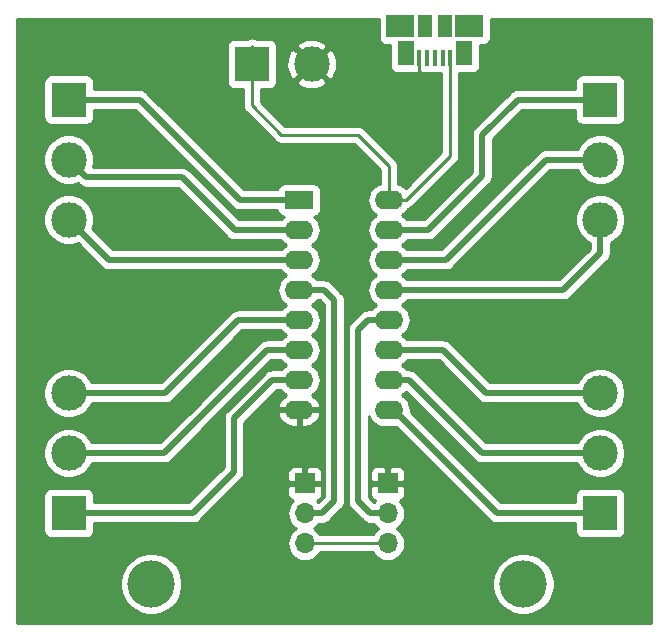
<source format=gbr>
G04 #@! TF.GenerationSoftware,KiCad,Pcbnew,(5.1.4-0)*
G04 #@! TF.CreationDate,2020-03-02T15:49:52+03:00*
G04 #@! TF.ProjectId,Diff2TTL,44696666-3254-4544-9c2e-6b696361645f,rev?*
G04 #@! TF.SameCoordinates,Original*
G04 #@! TF.FileFunction,Copper,L1,Top*
G04 #@! TF.FilePolarity,Positive*
%FSLAX46Y46*%
G04 Gerber Fmt 4.6, Leading zero omitted, Abs format (unit mm)*
G04 Created by KiCad (PCBNEW (5.1.4-0)) date 2020-03-02 15:49:52*
%MOMM*%
%LPD*%
G04 APERTURE LIST*
%ADD10O,1.700000X1.700000*%
%ADD11R,1.700000X1.700000*%
%ADD12C,3.000000*%
%ADD13R,3.000000X3.000000*%
%ADD14R,1.175000X1.900000*%
%ADD15R,2.375000X1.900000*%
%ADD16R,1.475000X2.100000*%
%ADD17R,0.450000X1.380000*%
%ADD18O,2.400000X1.600000*%
%ADD19R,2.400000X1.600000*%
%ADD20C,4.000000*%
%ADD21C,0.250000*%
%ADD22C,0.500000*%
%ADD23C,0.254000*%
G04 APERTURE END LIST*
D10*
X122000000Y-87580000D03*
X122000000Y-85040000D03*
D11*
X122000000Y-82500000D03*
D10*
X115000000Y-87580000D03*
X115000000Y-85040000D03*
D11*
X115000000Y-82500000D03*
D12*
X140000000Y-74840000D03*
X140000000Y-79920000D03*
D13*
X140000000Y-85000000D03*
D12*
X140000000Y-60160000D03*
X140000000Y-55080000D03*
D13*
X140000000Y-50000000D03*
D12*
X95000000Y-74840000D03*
X95000000Y-79920000D03*
D13*
X95000000Y-85000000D03*
D12*
X95000000Y-60160000D03*
X95000000Y-55080000D03*
D13*
X95000000Y-50000000D03*
D12*
X115580000Y-47000000D03*
D13*
X110500000Y-47000000D03*
D14*
X125160000Y-43800000D03*
X126840000Y-43800000D03*
D15*
X123090000Y-43800000D03*
X128910000Y-43800000D03*
D16*
X123537500Y-46100000D03*
X128462500Y-46100000D03*
D17*
X124700000Y-46460000D03*
X125350000Y-46460000D03*
X126000000Y-46460000D03*
X126650000Y-46460000D03*
X127300000Y-46460000D03*
D18*
X122120000Y-58500000D03*
X114500000Y-76280000D03*
X122120000Y-61040000D03*
X114500000Y-73740000D03*
X122120000Y-63580000D03*
X114500000Y-71200000D03*
X122120000Y-66120000D03*
X114500000Y-68660000D03*
X122120000Y-68660000D03*
X114500000Y-66120000D03*
X122120000Y-71200000D03*
X114500000Y-63580000D03*
X122120000Y-73740000D03*
X114500000Y-61040000D03*
X122120000Y-76280000D03*
D19*
X114500000Y-58500000D03*
D20*
X102000000Y-91000000D03*
X133500000Y-91000000D03*
X102000000Y-45500000D03*
D21*
X127300000Y-47400000D02*
X127300000Y-46460000D01*
X127300000Y-54770000D02*
X127300000Y-47400000D01*
X123570000Y-58500000D02*
X127300000Y-54770000D01*
X122120000Y-58500000D02*
X123570000Y-58500000D01*
X110500000Y-45500000D02*
X110500000Y-47250000D01*
X115000000Y-87580000D02*
X122000000Y-87580000D01*
X110500000Y-50500000D02*
X110500000Y-47000000D01*
X119500000Y-53000000D02*
X113000000Y-53000000D01*
X122120000Y-55620000D02*
X119500000Y-53000000D01*
X113000000Y-53000000D02*
X110500000Y-50500000D01*
X122120000Y-58500000D02*
X122120000Y-55620000D01*
X124700000Y-46460000D02*
X124700000Y-47800000D01*
X124700000Y-47800000D02*
X124500000Y-48000000D01*
D22*
X133000000Y-50000000D02*
X136500000Y-50000000D01*
X136500000Y-50000000D02*
X140000000Y-50000000D01*
X130000000Y-53000000D02*
X133000000Y-50000000D01*
X130000000Y-56500000D02*
X130000000Y-53000000D01*
X125460000Y-61040000D02*
X130000000Y-56500000D01*
X122120000Y-61040000D02*
X125460000Y-61040000D01*
X105500000Y-85000000D02*
X109000000Y-81500000D01*
X95000000Y-85000000D02*
X105500000Y-85000000D01*
X112240000Y-73760000D02*
X109000000Y-77000000D01*
X112240000Y-73740000D02*
X112240000Y-73760000D01*
X109000000Y-81500000D02*
X109000000Y-77000000D01*
X112240000Y-73740000D02*
X114500000Y-73740000D01*
X135420000Y-55080000D02*
X140000000Y-55080000D01*
X126920000Y-63580000D02*
X135420000Y-55080000D01*
X122120000Y-63580000D02*
X126920000Y-63580000D01*
X103080000Y-79920000D02*
X106000000Y-77000000D01*
X95000000Y-79920000D02*
X103080000Y-79920000D01*
X106000000Y-77000000D02*
X111800000Y-71200000D01*
X111800000Y-71200000D02*
X114500000Y-71200000D01*
X122120000Y-66120000D02*
X136880000Y-66120000D01*
X136880000Y-66120000D02*
X140000000Y-63000000D01*
X140000000Y-63000000D02*
X140000000Y-60160000D01*
X109340000Y-68660000D02*
X114500000Y-68660000D01*
X103160000Y-74840000D02*
X109340000Y-68660000D01*
X95000000Y-74840000D02*
X103160000Y-74840000D01*
X122000000Y-85040000D02*
X120540000Y-85040000D01*
X120540000Y-85040000D02*
X119500000Y-84000000D01*
X119500000Y-84000000D02*
X119500000Y-69500000D01*
X120340000Y-68660000D02*
X122120000Y-68660000D01*
X119500000Y-69500000D02*
X120340000Y-68660000D01*
X115000000Y-85040000D02*
X116460000Y-85040000D01*
X116460000Y-85040000D02*
X117500000Y-84000000D01*
X117500000Y-84000000D02*
X117500000Y-67000000D01*
X116620000Y-66120000D02*
X114500000Y-66120000D01*
X117500000Y-67000000D02*
X116620000Y-66120000D01*
X126700000Y-71200000D02*
X130340000Y-74840000D01*
X130340000Y-74840000D02*
X140000000Y-74840000D01*
X122120000Y-71200000D02*
X126700000Y-71200000D01*
X98420000Y-63580000D02*
X114500000Y-63580000D01*
X95000000Y-60160000D02*
X98420000Y-63580000D01*
X123820000Y-73740000D02*
X130000000Y-79920000D01*
X130000000Y-79920000D02*
X140000000Y-79920000D01*
X122120000Y-73740000D02*
X123820000Y-73740000D01*
X96499999Y-56579999D02*
X104579999Y-56579999D01*
X95000000Y-55080000D02*
X96499999Y-56579999D01*
X109040000Y-61040000D02*
X114500000Y-61040000D01*
X104579999Y-56579999D02*
X109040000Y-61040000D01*
X122520000Y-76280000D02*
X131240000Y-85000000D01*
X122120000Y-76280000D02*
X122520000Y-76280000D01*
X131240000Y-85000000D02*
X140000000Y-85000000D01*
X95000000Y-50000000D02*
X101000000Y-50000000D01*
X109500000Y-58500000D02*
X114500000Y-58500000D01*
X101000000Y-50000000D02*
X109500000Y-58500000D01*
D23*
G36*
X121264428Y-44750000D02*
G01*
X121276688Y-44874482D01*
X121312998Y-44994180D01*
X121371963Y-45104494D01*
X121451315Y-45201185D01*
X121548006Y-45280537D01*
X121658320Y-45339502D01*
X121778018Y-45375812D01*
X121902500Y-45388072D01*
X122161928Y-45388072D01*
X122161928Y-47150000D01*
X122174188Y-47274482D01*
X122210498Y-47394180D01*
X122269463Y-47504494D01*
X122348815Y-47601185D01*
X122445506Y-47680537D01*
X122555820Y-47739502D01*
X122675518Y-47775812D01*
X122800000Y-47788072D01*
X124275000Y-47788072D01*
X124378334Y-47777895D01*
X124443250Y-47785000D01*
X124475497Y-47752753D01*
X124519180Y-47739502D01*
X124629494Y-47680537D01*
X124700000Y-47622674D01*
X124770506Y-47680537D01*
X124880820Y-47739502D01*
X124924503Y-47752753D01*
X124956750Y-47785000D01*
X125021666Y-47777895D01*
X125125000Y-47788072D01*
X125575000Y-47788072D01*
X125675000Y-47778223D01*
X125775000Y-47788072D01*
X126225000Y-47788072D01*
X126325000Y-47778223D01*
X126425000Y-47788072D01*
X126540001Y-47788072D01*
X126540000Y-54455198D01*
X123525986Y-57469213D01*
X123321101Y-57301068D01*
X123071808Y-57167818D01*
X122880000Y-57109634D01*
X122880000Y-55657333D01*
X122883677Y-55620000D01*
X122869003Y-55471014D01*
X122825546Y-55327753D01*
X122754974Y-55195724D01*
X122683799Y-55108997D01*
X122660001Y-55079999D01*
X122631003Y-55056201D01*
X120063804Y-52489003D01*
X120040001Y-52459999D01*
X119924276Y-52365026D01*
X119792247Y-52294454D01*
X119648986Y-52250997D01*
X119537333Y-52240000D01*
X119537322Y-52240000D01*
X119500000Y-52236324D01*
X119462678Y-52240000D01*
X113314802Y-52240000D01*
X111260000Y-50185199D01*
X111260000Y-49138072D01*
X112000000Y-49138072D01*
X112124482Y-49125812D01*
X112244180Y-49089502D01*
X112354494Y-49030537D01*
X112451185Y-48951185D01*
X112530537Y-48854494D01*
X112589502Y-48744180D01*
X112625812Y-48624482D01*
X112638072Y-48500000D01*
X112638072Y-48491653D01*
X114267952Y-48491653D01*
X114423962Y-48807214D01*
X114798745Y-48998020D01*
X115203551Y-49112044D01*
X115622824Y-49144902D01*
X116040451Y-49095334D01*
X116440383Y-48965243D01*
X116736038Y-48807214D01*
X116892048Y-48491653D01*
X115580000Y-47179605D01*
X114267952Y-48491653D01*
X112638072Y-48491653D01*
X112638072Y-47042824D01*
X113435098Y-47042824D01*
X113484666Y-47460451D01*
X113614757Y-47860383D01*
X113772786Y-48156038D01*
X114088347Y-48312048D01*
X115400395Y-47000000D01*
X115759605Y-47000000D01*
X117071653Y-48312048D01*
X117387214Y-48156038D01*
X117578020Y-47781255D01*
X117692044Y-47376449D01*
X117724902Y-46957176D01*
X117675334Y-46539549D01*
X117545243Y-46139617D01*
X117387214Y-45843962D01*
X117071653Y-45687952D01*
X115759605Y-47000000D01*
X115400395Y-47000000D01*
X114088347Y-45687952D01*
X113772786Y-45843962D01*
X113581980Y-46218745D01*
X113467956Y-46623551D01*
X113435098Y-47042824D01*
X112638072Y-47042824D01*
X112638072Y-45508347D01*
X114267952Y-45508347D01*
X115580000Y-46820395D01*
X116892048Y-45508347D01*
X116736038Y-45192786D01*
X116361255Y-45001980D01*
X115956449Y-44887956D01*
X115537176Y-44855098D01*
X115119549Y-44904666D01*
X114719617Y-45034757D01*
X114423962Y-45192786D01*
X114267952Y-45508347D01*
X112638072Y-45508347D01*
X112638072Y-45500000D01*
X112625812Y-45375518D01*
X112589502Y-45255820D01*
X112530537Y-45145506D01*
X112451185Y-45048815D01*
X112354494Y-44969463D01*
X112244180Y-44910498D01*
X112124482Y-44874188D01*
X112000000Y-44861928D01*
X110918479Y-44861928D01*
X110792246Y-44794454D01*
X110648985Y-44750997D01*
X110500000Y-44736323D01*
X110351014Y-44750997D01*
X110207753Y-44794454D01*
X110081520Y-44861928D01*
X109000000Y-44861928D01*
X108875518Y-44874188D01*
X108755820Y-44910498D01*
X108645506Y-44969463D01*
X108548815Y-45048815D01*
X108469463Y-45145506D01*
X108410498Y-45255820D01*
X108374188Y-45375518D01*
X108361928Y-45500000D01*
X108361928Y-48500000D01*
X108374188Y-48624482D01*
X108410498Y-48744180D01*
X108469463Y-48854494D01*
X108548815Y-48951185D01*
X108645506Y-49030537D01*
X108755820Y-49089502D01*
X108875518Y-49125812D01*
X109000000Y-49138072D01*
X109740000Y-49138072D01*
X109740000Y-50462677D01*
X109736324Y-50500000D01*
X109740000Y-50537322D01*
X109740000Y-50537332D01*
X109750997Y-50648985D01*
X109778427Y-50739411D01*
X109794454Y-50792246D01*
X109865026Y-50924276D01*
X109904871Y-50972826D01*
X109959999Y-51040001D01*
X109989003Y-51063804D01*
X112436200Y-53511002D01*
X112459999Y-53540001D01*
X112488997Y-53563799D01*
X112575723Y-53634974D01*
X112707753Y-53705546D01*
X112851014Y-53749003D01*
X112962667Y-53760000D01*
X112962677Y-53760000D01*
X113000000Y-53763676D01*
X113037323Y-53760000D01*
X119185199Y-53760000D01*
X121360001Y-55934803D01*
X121360000Y-57109634D01*
X121168192Y-57167818D01*
X120918899Y-57301068D01*
X120700392Y-57480392D01*
X120521068Y-57698899D01*
X120387818Y-57948192D01*
X120305764Y-58218691D01*
X120278057Y-58500000D01*
X120305764Y-58781309D01*
X120387818Y-59051808D01*
X120521068Y-59301101D01*
X120700392Y-59519608D01*
X120918899Y-59698932D01*
X121051858Y-59770000D01*
X120918899Y-59841068D01*
X120700392Y-60020392D01*
X120521068Y-60238899D01*
X120387818Y-60488192D01*
X120305764Y-60758691D01*
X120278057Y-61040000D01*
X120305764Y-61321309D01*
X120387818Y-61591808D01*
X120521068Y-61841101D01*
X120700392Y-62059608D01*
X120918899Y-62238932D01*
X121051858Y-62310000D01*
X120918899Y-62381068D01*
X120700392Y-62560392D01*
X120521068Y-62778899D01*
X120387818Y-63028192D01*
X120305764Y-63298691D01*
X120278057Y-63580000D01*
X120305764Y-63861309D01*
X120387818Y-64131808D01*
X120521068Y-64381101D01*
X120700392Y-64599608D01*
X120918899Y-64778932D01*
X121051858Y-64850000D01*
X120918899Y-64921068D01*
X120700392Y-65100392D01*
X120521068Y-65318899D01*
X120387818Y-65568192D01*
X120305764Y-65838691D01*
X120278057Y-66120000D01*
X120305764Y-66401309D01*
X120387818Y-66671808D01*
X120521068Y-66921101D01*
X120700392Y-67139608D01*
X120918899Y-67318932D01*
X121051858Y-67390000D01*
X120918899Y-67461068D01*
X120700392Y-67640392D01*
X120589922Y-67775000D01*
X120383465Y-67775000D01*
X120339999Y-67770719D01*
X120296533Y-67775000D01*
X120296523Y-67775000D01*
X120166510Y-67787805D01*
X119999687Y-67838411D01*
X119845941Y-67920589D01*
X119845939Y-67920590D01*
X119845940Y-67920590D01*
X119744953Y-68003468D01*
X119744951Y-68003470D01*
X119711183Y-68031183D01*
X119683470Y-68064951D01*
X118904951Y-68843471D01*
X118871184Y-68871183D01*
X118843471Y-68904951D01*
X118843468Y-68904954D01*
X118760590Y-69005941D01*
X118678412Y-69159687D01*
X118627805Y-69326510D01*
X118610719Y-69500000D01*
X118615001Y-69543479D01*
X118615000Y-83956531D01*
X118610719Y-84000000D01*
X118615000Y-84043469D01*
X118615000Y-84043476D01*
X118623306Y-84127805D01*
X118627805Y-84173490D01*
X118629298Y-84178411D01*
X118678411Y-84340312D01*
X118760589Y-84494058D01*
X118871183Y-84628817D01*
X118904956Y-84656534D01*
X119883470Y-85635049D01*
X119911183Y-85668817D01*
X119944951Y-85696530D01*
X119944953Y-85696532D01*
X119997200Y-85739410D01*
X120045941Y-85779411D01*
X120199687Y-85861589D01*
X120366510Y-85912195D01*
X120496523Y-85925000D01*
X120496533Y-85925000D01*
X120539999Y-85929281D01*
X120583465Y-85925000D01*
X120805241Y-85925000D01*
X120944866Y-86095134D01*
X121170986Y-86280706D01*
X121225791Y-86310000D01*
X121170986Y-86339294D01*
X120944866Y-86524866D01*
X120759294Y-86750986D01*
X120722405Y-86820000D01*
X116277595Y-86820000D01*
X116240706Y-86750986D01*
X116055134Y-86524866D01*
X115829014Y-86339294D01*
X115774209Y-86310000D01*
X115829014Y-86280706D01*
X116055134Y-86095134D01*
X116194759Y-85925000D01*
X116416531Y-85925000D01*
X116460000Y-85929281D01*
X116503469Y-85925000D01*
X116503477Y-85925000D01*
X116633490Y-85912195D01*
X116800313Y-85861589D01*
X116954059Y-85779411D01*
X117088817Y-85668817D01*
X117116534Y-85635044D01*
X118095050Y-84656529D01*
X118128817Y-84628817D01*
X118156533Y-84595046D01*
X118239410Y-84494060D01*
X118239411Y-84494059D01*
X118321589Y-84340313D01*
X118372195Y-84173490D01*
X118385000Y-84043477D01*
X118385000Y-84043467D01*
X118389281Y-84000001D01*
X118385000Y-83956535D01*
X118385000Y-67043469D01*
X118389281Y-67000000D01*
X118385000Y-66956531D01*
X118385000Y-66956523D01*
X118372195Y-66826510D01*
X118321589Y-66659687D01*
X118239411Y-66505941D01*
X118128817Y-66371183D01*
X118095049Y-66343470D01*
X117276532Y-65524954D01*
X117248817Y-65491183D01*
X117114059Y-65380589D01*
X116960313Y-65298411D01*
X116793490Y-65247805D01*
X116663477Y-65235000D01*
X116663469Y-65235000D01*
X116620000Y-65230719D01*
X116576531Y-65235000D01*
X116030078Y-65235000D01*
X115919608Y-65100392D01*
X115701101Y-64921068D01*
X115568142Y-64850000D01*
X115701101Y-64778932D01*
X115919608Y-64599608D01*
X116098932Y-64381101D01*
X116232182Y-64131808D01*
X116314236Y-63861309D01*
X116341943Y-63580000D01*
X116314236Y-63298691D01*
X116232182Y-63028192D01*
X116098932Y-62778899D01*
X115919608Y-62560392D01*
X115701101Y-62381068D01*
X115568142Y-62310000D01*
X115701101Y-62238932D01*
X115919608Y-62059608D01*
X116098932Y-61841101D01*
X116232182Y-61591808D01*
X116314236Y-61321309D01*
X116341943Y-61040000D01*
X116314236Y-60758691D01*
X116232182Y-60488192D01*
X116098932Y-60238899D01*
X115919608Y-60020392D01*
X115806518Y-59927581D01*
X115824482Y-59925812D01*
X115944180Y-59889502D01*
X116054494Y-59830537D01*
X116151185Y-59751185D01*
X116230537Y-59654494D01*
X116289502Y-59544180D01*
X116325812Y-59424482D01*
X116338072Y-59300000D01*
X116338072Y-57700000D01*
X116325812Y-57575518D01*
X116289502Y-57455820D01*
X116230537Y-57345506D01*
X116151185Y-57248815D01*
X116054494Y-57169463D01*
X115944180Y-57110498D01*
X115824482Y-57074188D01*
X115700000Y-57061928D01*
X113300000Y-57061928D01*
X113175518Y-57074188D01*
X113055820Y-57110498D01*
X112945506Y-57169463D01*
X112848815Y-57248815D01*
X112769463Y-57345506D01*
X112710498Y-57455820D01*
X112674188Y-57575518D01*
X112670299Y-57615000D01*
X109866579Y-57615000D01*
X101656534Y-49404956D01*
X101628817Y-49371183D01*
X101494059Y-49260589D01*
X101340313Y-49178411D01*
X101173490Y-49127805D01*
X101043477Y-49115000D01*
X101043469Y-49115000D01*
X101000000Y-49110719D01*
X100956531Y-49115000D01*
X97138072Y-49115000D01*
X97138072Y-48500000D01*
X97125812Y-48375518D01*
X97089502Y-48255820D01*
X97030537Y-48145506D01*
X96951185Y-48048815D01*
X96854494Y-47969463D01*
X96744180Y-47910498D01*
X96624482Y-47874188D01*
X96500000Y-47861928D01*
X93500000Y-47861928D01*
X93375518Y-47874188D01*
X93255820Y-47910498D01*
X93145506Y-47969463D01*
X93048815Y-48048815D01*
X92969463Y-48145506D01*
X92910498Y-48255820D01*
X92874188Y-48375518D01*
X92861928Y-48500000D01*
X92861928Y-51500000D01*
X92874188Y-51624482D01*
X92910498Y-51744180D01*
X92969463Y-51854494D01*
X93048815Y-51951185D01*
X93145506Y-52030537D01*
X93255820Y-52089502D01*
X93375518Y-52125812D01*
X93500000Y-52138072D01*
X96500000Y-52138072D01*
X96624482Y-52125812D01*
X96744180Y-52089502D01*
X96854494Y-52030537D01*
X96951185Y-51951185D01*
X97030537Y-51854494D01*
X97089502Y-51744180D01*
X97125812Y-51624482D01*
X97138072Y-51500000D01*
X97138072Y-50885000D01*
X100633422Y-50885000D01*
X108843470Y-59095049D01*
X108871183Y-59128817D01*
X108904951Y-59156530D01*
X108904953Y-59156532D01*
X108964677Y-59205546D01*
X109005941Y-59239411D01*
X109159687Y-59321589D01*
X109326510Y-59372195D01*
X109456523Y-59385000D01*
X109456533Y-59385000D01*
X109499999Y-59389281D01*
X109543465Y-59385000D01*
X112670299Y-59385000D01*
X112674188Y-59424482D01*
X112710498Y-59544180D01*
X112769463Y-59654494D01*
X112848815Y-59751185D01*
X112945506Y-59830537D01*
X113055820Y-59889502D01*
X113175518Y-59925812D01*
X113193482Y-59927581D01*
X113080392Y-60020392D01*
X112969922Y-60155000D01*
X109406579Y-60155000D01*
X105236533Y-55984955D01*
X105208816Y-55951182D01*
X105074058Y-55840588D01*
X104920312Y-55758410D01*
X104753489Y-55707804D01*
X104623476Y-55694999D01*
X104623468Y-55694999D01*
X104579999Y-55690718D01*
X104536530Y-55694999D01*
X97054496Y-55694999D01*
X97135000Y-55290279D01*
X97135000Y-54869721D01*
X97052953Y-54457244D01*
X96892012Y-54068698D01*
X96658363Y-53719017D01*
X96360983Y-53421637D01*
X96011302Y-53187988D01*
X95622756Y-53027047D01*
X95210279Y-52945000D01*
X94789721Y-52945000D01*
X94377244Y-53027047D01*
X93988698Y-53187988D01*
X93639017Y-53421637D01*
X93341637Y-53719017D01*
X93107988Y-54068698D01*
X92947047Y-54457244D01*
X92865000Y-54869721D01*
X92865000Y-55290279D01*
X92947047Y-55702756D01*
X93107988Y-56091302D01*
X93341637Y-56440983D01*
X93639017Y-56738363D01*
X93988698Y-56972012D01*
X94377244Y-57132953D01*
X94789721Y-57215000D01*
X95210279Y-57215000D01*
X95622756Y-57132953D01*
X95749058Y-57080637D01*
X95843469Y-57175048D01*
X95871182Y-57208816D01*
X95904950Y-57236529D01*
X95904952Y-57236531D01*
X95919920Y-57248815D01*
X96005940Y-57319410D01*
X96159686Y-57401588D01*
X96275902Y-57436842D01*
X96326508Y-57452194D01*
X96341305Y-57453651D01*
X96456522Y-57464999D01*
X96456530Y-57464999D01*
X96499999Y-57469280D01*
X96543468Y-57464999D01*
X104213421Y-57464999D01*
X108383470Y-61635049D01*
X108411183Y-61668817D01*
X108444951Y-61696530D01*
X108444953Y-61696532D01*
X108545940Y-61779410D01*
X108545941Y-61779411D01*
X108699687Y-61861589D01*
X108866510Y-61912195D01*
X108996523Y-61925000D01*
X108996531Y-61925000D01*
X109040000Y-61929281D01*
X109083469Y-61925000D01*
X112969922Y-61925000D01*
X113080392Y-62059608D01*
X113298899Y-62238932D01*
X113431858Y-62310000D01*
X113298899Y-62381068D01*
X113080392Y-62560392D01*
X112969922Y-62695000D01*
X98786579Y-62695000D01*
X97000637Y-60909058D01*
X97052953Y-60782756D01*
X97135000Y-60370279D01*
X97135000Y-59949721D01*
X97052953Y-59537244D01*
X96892012Y-59148698D01*
X96658363Y-58799017D01*
X96360983Y-58501637D01*
X96011302Y-58267988D01*
X95622756Y-58107047D01*
X95210279Y-58025000D01*
X94789721Y-58025000D01*
X94377244Y-58107047D01*
X93988698Y-58267988D01*
X93639017Y-58501637D01*
X93341637Y-58799017D01*
X93107988Y-59148698D01*
X92947047Y-59537244D01*
X92865000Y-59949721D01*
X92865000Y-60370279D01*
X92947047Y-60782756D01*
X93107988Y-61171302D01*
X93341637Y-61520983D01*
X93639017Y-61818363D01*
X93988698Y-62052012D01*
X94377244Y-62212953D01*
X94789721Y-62295000D01*
X95210279Y-62295000D01*
X95622756Y-62212953D01*
X95749058Y-62160637D01*
X97763470Y-64175049D01*
X97791183Y-64208817D01*
X97824951Y-64236530D01*
X97824953Y-64236532D01*
X97896452Y-64295210D01*
X97925941Y-64319411D01*
X98079687Y-64401589D01*
X98246510Y-64452195D01*
X98376523Y-64465000D01*
X98376533Y-64465000D01*
X98419999Y-64469281D01*
X98463465Y-64465000D01*
X112969922Y-64465000D01*
X113080392Y-64599608D01*
X113298899Y-64778932D01*
X113431858Y-64850000D01*
X113298899Y-64921068D01*
X113080392Y-65100392D01*
X112901068Y-65318899D01*
X112767818Y-65568192D01*
X112685764Y-65838691D01*
X112658057Y-66120000D01*
X112685764Y-66401309D01*
X112767818Y-66671808D01*
X112901068Y-66921101D01*
X113080392Y-67139608D01*
X113298899Y-67318932D01*
X113431858Y-67390000D01*
X113298899Y-67461068D01*
X113080392Y-67640392D01*
X112969922Y-67775000D01*
X109383469Y-67775000D01*
X109340000Y-67770719D01*
X109296531Y-67775000D01*
X109296523Y-67775000D01*
X109166510Y-67787805D01*
X108999687Y-67838411D01*
X108936481Y-67872195D01*
X108845941Y-67920589D01*
X108744953Y-68003468D01*
X108744951Y-68003470D01*
X108711183Y-68031183D01*
X108683470Y-68064951D01*
X102793422Y-73955000D01*
X96944328Y-73955000D01*
X96892012Y-73828698D01*
X96658363Y-73479017D01*
X96360983Y-73181637D01*
X96011302Y-72947988D01*
X95622756Y-72787047D01*
X95210279Y-72705000D01*
X94789721Y-72705000D01*
X94377244Y-72787047D01*
X93988698Y-72947988D01*
X93639017Y-73181637D01*
X93341637Y-73479017D01*
X93107988Y-73828698D01*
X92947047Y-74217244D01*
X92865000Y-74629721D01*
X92865000Y-75050279D01*
X92947047Y-75462756D01*
X93107988Y-75851302D01*
X93341637Y-76200983D01*
X93639017Y-76498363D01*
X93988698Y-76732012D01*
X94377244Y-76892953D01*
X94789721Y-76975000D01*
X95210279Y-76975000D01*
X95622756Y-76892953D01*
X96011302Y-76732012D01*
X96360983Y-76498363D01*
X96658363Y-76200983D01*
X96892012Y-75851302D01*
X96944328Y-75725000D01*
X103116531Y-75725000D01*
X103160000Y-75729281D01*
X103203469Y-75725000D01*
X103203477Y-75725000D01*
X103333490Y-75712195D01*
X103500313Y-75661589D01*
X103654059Y-75579411D01*
X103788817Y-75468817D01*
X103816534Y-75435044D01*
X109706579Y-69545000D01*
X112969922Y-69545000D01*
X113080392Y-69679608D01*
X113298899Y-69858932D01*
X113431858Y-69930000D01*
X113298899Y-70001068D01*
X113080392Y-70180392D01*
X112969922Y-70315000D01*
X111843469Y-70315000D01*
X111800000Y-70310719D01*
X111756531Y-70315000D01*
X111756523Y-70315000D01*
X111626510Y-70327805D01*
X111459686Y-70378411D01*
X111305941Y-70460589D01*
X111204953Y-70543468D01*
X111204951Y-70543470D01*
X111171183Y-70571183D01*
X111143470Y-70604951D01*
X105404959Y-76343463D01*
X105404953Y-76343468D01*
X102713422Y-79035000D01*
X96944328Y-79035000D01*
X96892012Y-78908698D01*
X96658363Y-78559017D01*
X96360983Y-78261637D01*
X96011302Y-78027988D01*
X95622756Y-77867047D01*
X95210279Y-77785000D01*
X94789721Y-77785000D01*
X94377244Y-77867047D01*
X93988698Y-78027988D01*
X93639017Y-78261637D01*
X93341637Y-78559017D01*
X93107988Y-78908698D01*
X92947047Y-79297244D01*
X92865000Y-79709721D01*
X92865000Y-80130279D01*
X92947047Y-80542756D01*
X93107988Y-80931302D01*
X93341637Y-81280983D01*
X93639017Y-81578363D01*
X93988698Y-81812012D01*
X94377244Y-81972953D01*
X94789721Y-82055000D01*
X95210279Y-82055000D01*
X95622756Y-81972953D01*
X96011302Y-81812012D01*
X96360983Y-81578363D01*
X96658363Y-81280983D01*
X96892012Y-80931302D01*
X96944328Y-80805000D01*
X103036531Y-80805000D01*
X103080000Y-80809281D01*
X103123469Y-80805000D01*
X103123477Y-80805000D01*
X103253490Y-80792195D01*
X103420313Y-80741589D01*
X103574059Y-80659411D01*
X103708817Y-80548817D01*
X103736534Y-80515044D01*
X106656532Y-77595047D01*
X106656537Y-77595041D01*
X112166579Y-72085000D01*
X112969922Y-72085000D01*
X113080392Y-72219608D01*
X113298899Y-72398932D01*
X113431858Y-72470000D01*
X113298899Y-72541068D01*
X113080392Y-72720392D01*
X112969922Y-72855000D01*
X112283476Y-72855000D01*
X112240000Y-72850718D01*
X112196523Y-72855000D01*
X112066510Y-72867805D01*
X111899687Y-72918411D01*
X111745941Y-73000589D01*
X111611183Y-73111183D01*
X111500589Y-73245941D01*
X111498418Y-73250003D01*
X108404951Y-76343471D01*
X108371184Y-76371183D01*
X108343471Y-76404951D01*
X108343468Y-76404954D01*
X108260590Y-76505941D01*
X108178412Y-76659687D01*
X108127805Y-76826510D01*
X108110719Y-77000000D01*
X108115001Y-77043479D01*
X108115000Y-81133421D01*
X105133422Y-84115000D01*
X97138072Y-84115000D01*
X97138072Y-83500000D01*
X97125812Y-83375518D01*
X97089502Y-83255820D01*
X97030537Y-83145506D01*
X96951185Y-83048815D01*
X96854494Y-82969463D01*
X96744180Y-82910498D01*
X96624482Y-82874188D01*
X96500000Y-82861928D01*
X93500000Y-82861928D01*
X93375518Y-82874188D01*
X93255820Y-82910498D01*
X93145506Y-82969463D01*
X93048815Y-83048815D01*
X92969463Y-83145506D01*
X92910498Y-83255820D01*
X92874188Y-83375518D01*
X92861928Y-83500000D01*
X92861928Y-86500000D01*
X92874188Y-86624482D01*
X92910498Y-86744180D01*
X92969463Y-86854494D01*
X93048815Y-86951185D01*
X93145506Y-87030537D01*
X93255820Y-87089502D01*
X93375518Y-87125812D01*
X93500000Y-87138072D01*
X96500000Y-87138072D01*
X96624482Y-87125812D01*
X96744180Y-87089502D01*
X96854494Y-87030537D01*
X96951185Y-86951185D01*
X97030537Y-86854494D01*
X97089502Y-86744180D01*
X97125812Y-86624482D01*
X97138072Y-86500000D01*
X97138072Y-85885000D01*
X105456531Y-85885000D01*
X105500000Y-85889281D01*
X105543469Y-85885000D01*
X105543477Y-85885000D01*
X105673490Y-85872195D01*
X105840313Y-85821589D01*
X105994059Y-85739411D01*
X106128817Y-85628817D01*
X106156534Y-85595044D01*
X109595050Y-82156529D01*
X109628817Y-82128817D01*
X109739411Y-81994059D01*
X109821589Y-81840313D01*
X109872195Y-81673490D01*
X109874508Y-81650000D01*
X113511928Y-81650000D01*
X113515000Y-82214250D01*
X113673750Y-82373000D01*
X114873000Y-82373000D01*
X114873000Y-81173750D01*
X115127000Y-81173750D01*
X115127000Y-82373000D01*
X116326250Y-82373000D01*
X116485000Y-82214250D01*
X116488072Y-81650000D01*
X116475812Y-81525518D01*
X116439502Y-81405820D01*
X116380537Y-81295506D01*
X116301185Y-81198815D01*
X116204494Y-81119463D01*
X116094180Y-81060498D01*
X115974482Y-81024188D01*
X115850000Y-81011928D01*
X115285750Y-81015000D01*
X115127000Y-81173750D01*
X114873000Y-81173750D01*
X114714250Y-81015000D01*
X114150000Y-81011928D01*
X114025518Y-81024188D01*
X113905820Y-81060498D01*
X113795506Y-81119463D01*
X113698815Y-81198815D01*
X113619463Y-81295506D01*
X113560498Y-81405820D01*
X113524188Y-81525518D01*
X113511928Y-81650000D01*
X109874508Y-81650000D01*
X109885000Y-81543477D01*
X109885000Y-81543467D01*
X109889281Y-81500001D01*
X109885000Y-81456535D01*
X109885000Y-77366578D01*
X110622539Y-76629039D01*
X112708096Y-76629039D01*
X112725633Y-76711818D01*
X112836285Y-76971646D01*
X112995500Y-77204895D01*
X113197161Y-77402601D01*
X113433517Y-77557166D01*
X113695486Y-77662650D01*
X113973000Y-77715000D01*
X114373000Y-77715000D01*
X114373000Y-76407000D01*
X114627000Y-76407000D01*
X114627000Y-77715000D01*
X115027000Y-77715000D01*
X115304514Y-77662650D01*
X115566483Y-77557166D01*
X115802839Y-77402601D01*
X116004500Y-77204895D01*
X116163715Y-76971646D01*
X116274367Y-76711818D01*
X116291904Y-76629039D01*
X116169915Y-76407000D01*
X114627000Y-76407000D01*
X114373000Y-76407000D01*
X112830085Y-76407000D01*
X112708096Y-76629039D01*
X110622539Y-76629039D01*
X112626579Y-74625000D01*
X112969922Y-74625000D01*
X113080392Y-74759608D01*
X113298899Y-74938932D01*
X113426741Y-75007265D01*
X113197161Y-75157399D01*
X112995500Y-75355105D01*
X112836285Y-75588354D01*
X112725633Y-75848182D01*
X112708096Y-75930961D01*
X112830085Y-76153000D01*
X114373000Y-76153000D01*
X114373000Y-76133000D01*
X114627000Y-76133000D01*
X114627000Y-76153000D01*
X116169915Y-76153000D01*
X116291904Y-75930961D01*
X116274367Y-75848182D01*
X116163715Y-75588354D01*
X116004500Y-75355105D01*
X115802839Y-75157399D01*
X115573259Y-75007265D01*
X115701101Y-74938932D01*
X115919608Y-74759608D01*
X116098932Y-74541101D01*
X116232182Y-74291808D01*
X116314236Y-74021309D01*
X116341943Y-73740000D01*
X116314236Y-73458691D01*
X116232182Y-73188192D01*
X116098932Y-72938899D01*
X115919608Y-72720392D01*
X115701101Y-72541068D01*
X115568142Y-72470000D01*
X115701101Y-72398932D01*
X115919608Y-72219608D01*
X116098932Y-72001101D01*
X116232182Y-71751808D01*
X116314236Y-71481309D01*
X116341943Y-71200000D01*
X116314236Y-70918691D01*
X116232182Y-70648192D01*
X116098932Y-70398899D01*
X115919608Y-70180392D01*
X115701101Y-70001068D01*
X115568142Y-69930000D01*
X115701101Y-69858932D01*
X115919608Y-69679608D01*
X116098932Y-69461101D01*
X116232182Y-69211808D01*
X116314236Y-68941309D01*
X116341943Y-68660000D01*
X116314236Y-68378691D01*
X116232182Y-68108192D01*
X116098932Y-67858899D01*
X115919608Y-67640392D01*
X115701101Y-67461068D01*
X115568142Y-67390000D01*
X115701101Y-67318932D01*
X115919608Y-67139608D01*
X116030078Y-67005000D01*
X116253422Y-67005000D01*
X116615001Y-67366580D01*
X116615000Y-83633421D01*
X116149081Y-84099341D01*
X116055134Y-83984866D01*
X116025313Y-83960393D01*
X116094180Y-83939502D01*
X116204494Y-83880537D01*
X116301185Y-83801185D01*
X116380537Y-83704494D01*
X116439502Y-83594180D01*
X116475812Y-83474482D01*
X116488072Y-83350000D01*
X116485000Y-82785750D01*
X116326250Y-82627000D01*
X115127000Y-82627000D01*
X115127000Y-82647000D01*
X114873000Y-82647000D01*
X114873000Y-82627000D01*
X113673750Y-82627000D01*
X113515000Y-82785750D01*
X113511928Y-83350000D01*
X113524188Y-83474482D01*
X113560498Y-83594180D01*
X113619463Y-83704494D01*
X113698815Y-83801185D01*
X113795506Y-83880537D01*
X113905820Y-83939502D01*
X113974687Y-83960393D01*
X113944866Y-83984866D01*
X113759294Y-84210986D01*
X113621401Y-84468966D01*
X113536487Y-84748889D01*
X113507815Y-85040000D01*
X113536487Y-85331111D01*
X113621401Y-85611034D01*
X113759294Y-85869014D01*
X113944866Y-86095134D01*
X114170986Y-86280706D01*
X114225791Y-86310000D01*
X114170986Y-86339294D01*
X113944866Y-86524866D01*
X113759294Y-86750986D01*
X113621401Y-87008966D01*
X113536487Y-87288889D01*
X113507815Y-87580000D01*
X113536487Y-87871111D01*
X113621401Y-88151034D01*
X113759294Y-88409014D01*
X113944866Y-88635134D01*
X114170986Y-88820706D01*
X114428966Y-88958599D01*
X114708889Y-89043513D01*
X114927050Y-89065000D01*
X115072950Y-89065000D01*
X115291111Y-89043513D01*
X115571034Y-88958599D01*
X115829014Y-88820706D01*
X116055134Y-88635134D01*
X116240706Y-88409014D01*
X116277595Y-88340000D01*
X120722405Y-88340000D01*
X120759294Y-88409014D01*
X120944866Y-88635134D01*
X121170986Y-88820706D01*
X121428966Y-88958599D01*
X121708889Y-89043513D01*
X121927050Y-89065000D01*
X122072950Y-89065000D01*
X122291111Y-89043513D01*
X122571034Y-88958599D01*
X122829014Y-88820706D01*
X123055134Y-88635134D01*
X123240706Y-88409014D01*
X123378599Y-88151034D01*
X123463513Y-87871111D01*
X123492185Y-87580000D01*
X123463513Y-87288889D01*
X123378599Y-87008966D01*
X123240706Y-86750986D01*
X123055134Y-86524866D01*
X122829014Y-86339294D01*
X122774209Y-86310000D01*
X122829014Y-86280706D01*
X123055134Y-86095134D01*
X123240706Y-85869014D01*
X123378599Y-85611034D01*
X123463513Y-85331111D01*
X123492185Y-85040000D01*
X123463513Y-84748889D01*
X123378599Y-84468966D01*
X123240706Y-84210986D01*
X123055134Y-83984866D01*
X123025313Y-83960393D01*
X123094180Y-83939502D01*
X123204494Y-83880537D01*
X123301185Y-83801185D01*
X123380537Y-83704494D01*
X123439502Y-83594180D01*
X123475812Y-83474482D01*
X123488072Y-83350000D01*
X123485000Y-82785750D01*
X123326250Y-82627000D01*
X122127000Y-82627000D01*
X122127000Y-82647000D01*
X121873000Y-82647000D01*
X121873000Y-82627000D01*
X120673750Y-82627000D01*
X120515000Y-82785750D01*
X120511928Y-83350000D01*
X120524188Y-83474482D01*
X120560498Y-83594180D01*
X120619463Y-83704494D01*
X120698815Y-83801185D01*
X120795506Y-83880537D01*
X120905820Y-83939502D01*
X120974687Y-83960393D01*
X120944866Y-83984866D01*
X120850919Y-84099340D01*
X120385000Y-83633422D01*
X120385000Y-81650000D01*
X120511928Y-81650000D01*
X120515000Y-82214250D01*
X120673750Y-82373000D01*
X121873000Y-82373000D01*
X121873000Y-81173750D01*
X122127000Y-81173750D01*
X122127000Y-82373000D01*
X123326250Y-82373000D01*
X123485000Y-82214250D01*
X123488072Y-81650000D01*
X123475812Y-81525518D01*
X123439502Y-81405820D01*
X123380537Y-81295506D01*
X123301185Y-81198815D01*
X123204494Y-81119463D01*
X123094180Y-81060498D01*
X122974482Y-81024188D01*
X122850000Y-81011928D01*
X122285750Y-81015000D01*
X122127000Y-81173750D01*
X121873000Y-81173750D01*
X121714250Y-81015000D01*
X121150000Y-81011928D01*
X121025518Y-81024188D01*
X120905820Y-81060498D01*
X120795506Y-81119463D01*
X120698815Y-81198815D01*
X120619463Y-81295506D01*
X120560498Y-81405820D01*
X120524188Y-81525518D01*
X120511928Y-81650000D01*
X120385000Y-81650000D01*
X120385000Y-76822518D01*
X120387818Y-76831808D01*
X120521068Y-77081101D01*
X120700392Y-77299608D01*
X120918899Y-77478932D01*
X121168192Y-77612182D01*
X121438691Y-77694236D01*
X121649508Y-77715000D01*
X122590492Y-77715000D01*
X122693296Y-77704874D01*
X130583470Y-85595049D01*
X130611183Y-85628817D01*
X130644951Y-85656530D01*
X130644953Y-85656532D01*
X130693693Y-85696532D01*
X130745941Y-85739411D01*
X130899687Y-85821589D01*
X131066510Y-85872195D01*
X131196523Y-85885000D01*
X131196533Y-85885000D01*
X131239999Y-85889281D01*
X131283465Y-85885000D01*
X137861928Y-85885000D01*
X137861928Y-86500000D01*
X137874188Y-86624482D01*
X137910498Y-86744180D01*
X137969463Y-86854494D01*
X138048815Y-86951185D01*
X138145506Y-87030537D01*
X138255820Y-87089502D01*
X138375518Y-87125812D01*
X138500000Y-87138072D01*
X141500000Y-87138072D01*
X141624482Y-87125812D01*
X141744180Y-87089502D01*
X141854494Y-87030537D01*
X141951185Y-86951185D01*
X142030537Y-86854494D01*
X142089502Y-86744180D01*
X142125812Y-86624482D01*
X142138072Y-86500000D01*
X142138072Y-83500000D01*
X142125812Y-83375518D01*
X142089502Y-83255820D01*
X142030537Y-83145506D01*
X141951185Y-83048815D01*
X141854494Y-82969463D01*
X141744180Y-82910498D01*
X141624482Y-82874188D01*
X141500000Y-82861928D01*
X138500000Y-82861928D01*
X138375518Y-82874188D01*
X138255820Y-82910498D01*
X138145506Y-82969463D01*
X138048815Y-83048815D01*
X137969463Y-83145506D01*
X137910498Y-83255820D01*
X137874188Y-83375518D01*
X137861928Y-83500000D01*
X137861928Y-84115000D01*
X131606579Y-84115000D01*
X123944874Y-76453296D01*
X123961943Y-76280000D01*
X123934236Y-75998691D01*
X123852182Y-75728192D01*
X123718932Y-75478899D01*
X123539608Y-75260392D01*
X123321101Y-75081068D01*
X123188142Y-75010000D01*
X123321101Y-74938932D01*
X123539608Y-74759608D01*
X123561434Y-74733012D01*
X129343470Y-80515049D01*
X129371183Y-80548817D01*
X129404951Y-80576530D01*
X129404953Y-80576532D01*
X129505940Y-80659410D01*
X129505941Y-80659411D01*
X129659687Y-80741589D01*
X129826510Y-80792195D01*
X129956523Y-80805000D01*
X129956531Y-80805000D01*
X130000000Y-80809281D01*
X130043469Y-80805000D01*
X138055672Y-80805000D01*
X138107988Y-80931302D01*
X138341637Y-81280983D01*
X138639017Y-81578363D01*
X138988698Y-81812012D01*
X139377244Y-81972953D01*
X139789721Y-82055000D01*
X140210279Y-82055000D01*
X140622756Y-81972953D01*
X141011302Y-81812012D01*
X141360983Y-81578363D01*
X141658363Y-81280983D01*
X141892012Y-80931302D01*
X142052953Y-80542756D01*
X142135000Y-80130279D01*
X142135000Y-79709721D01*
X142052953Y-79297244D01*
X141892012Y-78908698D01*
X141658363Y-78559017D01*
X141360983Y-78261637D01*
X141011302Y-78027988D01*
X140622756Y-77867047D01*
X140210279Y-77785000D01*
X139789721Y-77785000D01*
X139377244Y-77867047D01*
X138988698Y-78027988D01*
X138639017Y-78261637D01*
X138341637Y-78559017D01*
X138107988Y-78908698D01*
X138055672Y-79035000D01*
X130366579Y-79035000D01*
X124476534Y-73144956D01*
X124448817Y-73111183D01*
X124314059Y-73000589D01*
X124160313Y-72918411D01*
X123993490Y-72867805D01*
X123863477Y-72855000D01*
X123863469Y-72855000D01*
X123820000Y-72850719D01*
X123776531Y-72855000D01*
X123650078Y-72855000D01*
X123539608Y-72720392D01*
X123321101Y-72541068D01*
X123188142Y-72470000D01*
X123321101Y-72398932D01*
X123539608Y-72219608D01*
X123650078Y-72085000D01*
X126333422Y-72085000D01*
X129683470Y-75435049D01*
X129711183Y-75468817D01*
X129744951Y-75496530D01*
X129744953Y-75496532D01*
X129798637Y-75540589D01*
X129845941Y-75579411D01*
X129999687Y-75661589D01*
X130166510Y-75712195D01*
X130296523Y-75725000D01*
X130296533Y-75725000D01*
X130339999Y-75729281D01*
X130383465Y-75725000D01*
X138055672Y-75725000D01*
X138107988Y-75851302D01*
X138341637Y-76200983D01*
X138639017Y-76498363D01*
X138988698Y-76732012D01*
X139377244Y-76892953D01*
X139789721Y-76975000D01*
X140210279Y-76975000D01*
X140622756Y-76892953D01*
X141011302Y-76732012D01*
X141360983Y-76498363D01*
X141658363Y-76200983D01*
X141892012Y-75851302D01*
X142052953Y-75462756D01*
X142135000Y-75050279D01*
X142135000Y-74629721D01*
X142052953Y-74217244D01*
X141892012Y-73828698D01*
X141658363Y-73479017D01*
X141360983Y-73181637D01*
X141011302Y-72947988D01*
X140622756Y-72787047D01*
X140210279Y-72705000D01*
X139789721Y-72705000D01*
X139377244Y-72787047D01*
X138988698Y-72947988D01*
X138639017Y-73181637D01*
X138341637Y-73479017D01*
X138107988Y-73828698D01*
X138055672Y-73955000D01*
X130706579Y-73955000D01*
X127356534Y-70604956D01*
X127328817Y-70571183D01*
X127194059Y-70460589D01*
X127040313Y-70378411D01*
X126873490Y-70327805D01*
X126743477Y-70315000D01*
X126743469Y-70315000D01*
X126700000Y-70310719D01*
X126656531Y-70315000D01*
X123650078Y-70315000D01*
X123539608Y-70180392D01*
X123321101Y-70001068D01*
X123188142Y-69930000D01*
X123321101Y-69858932D01*
X123539608Y-69679608D01*
X123718932Y-69461101D01*
X123852182Y-69211808D01*
X123934236Y-68941309D01*
X123961943Y-68660000D01*
X123934236Y-68378691D01*
X123852182Y-68108192D01*
X123718932Y-67858899D01*
X123539608Y-67640392D01*
X123321101Y-67461068D01*
X123188142Y-67390000D01*
X123321101Y-67318932D01*
X123539608Y-67139608D01*
X123650078Y-67005000D01*
X136836531Y-67005000D01*
X136880000Y-67009281D01*
X136923469Y-67005000D01*
X136923477Y-67005000D01*
X137053490Y-66992195D01*
X137220313Y-66941589D01*
X137374059Y-66859411D01*
X137508817Y-66748817D01*
X137536534Y-66715044D01*
X140595050Y-63656529D01*
X140628817Y-63628817D01*
X140668881Y-63580000D01*
X140739410Y-63494060D01*
X140739411Y-63494059D01*
X140821589Y-63340313D01*
X140872195Y-63173490D01*
X140885000Y-63043477D01*
X140885000Y-63043467D01*
X140889281Y-63000001D01*
X140885000Y-62956535D01*
X140885000Y-62104328D01*
X141011302Y-62052012D01*
X141360983Y-61818363D01*
X141658363Y-61520983D01*
X141892012Y-61171302D01*
X142052953Y-60782756D01*
X142135000Y-60370279D01*
X142135000Y-59949721D01*
X142052953Y-59537244D01*
X141892012Y-59148698D01*
X141658363Y-58799017D01*
X141360983Y-58501637D01*
X141011302Y-58267988D01*
X140622756Y-58107047D01*
X140210279Y-58025000D01*
X139789721Y-58025000D01*
X139377244Y-58107047D01*
X138988698Y-58267988D01*
X138639017Y-58501637D01*
X138341637Y-58799017D01*
X138107988Y-59148698D01*
X137947047Y-59537244D01*
X137865000Y-59949721D01*
X137865000Y-60370279D01*
X137947047Y-60782756D01*
X138107988Y-61171302D01*
X138341637Y-61520983D01*
X138639017Y-61818363D01*
X138988698Y-62052012D01*
X139115000Y-62104328D01*
X139115000Y-62633421D01*
X136513422Y-65235000D01*
X123650078Y-65235000D01*
X123539608Y-65100392D01*
X123321101Y-64921068D01*
X123188142Y-64850000D01*
X123321101Y-64778932D01*
X123539608Y-64599608D01*
X123650078Y-64465000D01*
X126876531Y-64465000D01*
X126920000Y-64469281D01*
X126963469Y-64465000D01*
X126963477Y-64465000D01*
X127093490Y-64452195D01*
X127260313Y-64401589D01*
X127414059Y-64319411D01*
X127548817Y-64208817D01*
X127576534Y-64175044D01*
X135786579Y-55965000D01*
X138055672Y-55965000D01*
X138107988Y-56091302D01*
X138341637Y-56440983D01*
X138639017Y-56738363D01*
X138988698Y-56972012D01*
X139377244Y-57132953D01*
X139789721Y-57215000D01*
X140210279Y-57215000D01*
X140622756Y-57132953D01*
X141011302Y-56972012D01*
X141360983Y-56738363D01*
X141658363Y-56440983D01*
X141892012Y-56091302D01*
X142052953Y-55702756D01*
X142135000Y-55290279D01*
X142135000Y-54869721D01*
X142052953Y-54457244D01*
X141892012Y-54068698D01*
X141658363Y-53719017D01*
X141360983Y-53421637D01*
X141011302Y-53187988D01*
X140622756Y-53027047D01*
X140210279Y-52945000D01*
X139789721Y-52945000D01*
X139377244Y-53027047D01*
X138988698Y-53187988D01*
X138639017Y-53421637D01*
X138341637Y-53719017D01*
X138107988Y-54068698D01*
X138055672Y-54195000D01*
X135463465Y-54195000D01*
X135419999Y-54190719D01*
X135376533Y-54195000D01*
X135376523Y-54195000D01*
X135246510Y-54207805D01*
X135079687Y-54258411D01*
X134925941Y-54340589D01*
X134925939Y-54340590D01*
X134925940Y-54340590D01*
X134824953Y-54423468D01*
X134824951Y-54423470D01*
X134791183Y-54451183D01*
X134763470Y-54484951D01*
X126553422Y-62695000D01*
X123650078Y-62695000D01*
X123539608Y-62560392D01*
X123321101Y-62381068D01*
X123188142Y-62310000D01*
X123321101Y-62238932D01*
X123539608Y-62059608D01*
X123650078Y-61925000D01*
X125416531Y-61925000D01*
X125460000Y-61929281D01*
X125503469Y-61925000D01*
X125503477Y-61925000D01*
X125633490Y-61912195D01*
X125800313Y-61861589D01*
X125954059Y-61779411D01*
X126088817Y-61668817D01*
X126116534Y-61635044D01*
X130595050Y-57156528D01*
X130628817Y-57128817D01*
X130673651Y-57074188D01*
X130739411Y-56994059D01*
X130821589Y-56840314D01*
X130872195Y-56673490D01*
X130872195Y-56673489D01*
X130885000Y-56543477D01*
X130885000Y-56543469D01*
X130889281Y-56500000D01*
X130885000Y-56456531D01*
X130885000Y-53366578D01*
X133366579Y-50885000D01*
X137861928Y-50885000D01*
X137861928Y-51500000D01*
X137874188Y-51624482D01*
X137910498Y-51744180D01*
X137969463Y-51854494D01*
X138048815Y-51951185D01*
X138145506Y-52030537D01*
X138255820Y-52089502D01*
X138375518Y-52125812D01*
X138500000Y-52138072D01*
X141500000Y-52138072D01*
X141624482Y-52125812D01*
X141744180Y-52089502D01*
X141854494Y-52030537D01*
X141951185Y-51951185D01*
X142030537Y-51854494D01*
X142089502Y-51744180D01*
X142125812Y-51624482D01*
X142138072Y-51500000D01*
X142138072Y-48500000D01*
X142125812Y-48375518D01*
X142089502Y-48255820D01*
X142030537Y-48145506D01*
X141951185Y-48048815D01*
X141854494Y-47969463D01*
X141744180Y-47910498D01*
X141624482Y-47874188D01*
X141500000Y-47861928D01*
X138500000Y-47861928D01*
X138375518Y-47874188D01*
X138255820Y-47910498D01*
X138145506Y-47969463D01*
X138048815Y-48048815D01*
X137969463Y-48145506D01*
X137910498Y-48255820D01*
X137874188Y-48375518D01*
X137861928Y-48500000D01*
X137861928Y-49115000D01*
X133043469Y-49115000D01*
X133000000Y-49110719D01*
X132956531Y-49115000D01*
X132956523Y-49115000D01*
X132826510Y-49127805D01*
X132659686Y-49178411D01*
X132505941Y-49260589D01*
X132404953Y-49343468D01*
X132404951Y-49343470D01*
X132371183Y-49371183D01*
X132343470Y-49404951D01*
X129404951Y-52343471D01*
X129371184Y-52371183D01*
X129343471Y-52404951D01*
X129343468Y-52404954D01*
X129260590Y-52505941D01*
X129178412Y-52659687D01*
X129127805Y-52826510D01*
X129110719Y-53000000D01*
X129115001Y-53043479D01*
X129115000Y-56133421D01*
X125093422Y-60155000D01*
X123650078Y-60155000D01*
X123539608Y-60020392D01*
X123321101Y-59841068D01*
X123188142Y-59770000D01*
X123321101Y-59698932D01*
X123539608Y-59519608D01*
X123718932Y-59301101D01*
X123752157Y-59238941D01*
X123862247Y-59205546D01*
X123994276Y-59134974D01*
X124110001Y-59040001D01*
X124133804Y-59010997D01*
X127811004Y-55333798D01*
X127840001Y-55310001D01*
X127934974Y-55194276D01*
X128005546Y-55062247D01*
X128049003Y-54918986D01*
X128060000Y-54807333D01*
X128060000Y-54807332D01*
X128063677Y-54770000D01*
X128060000Y-54732667D01*
X128060000Y-47788072D01*
X129200000Y-47788072D01*
X129324482Y-47775812D01*
X129444180Y-47739502D01*
X129554494Y-47680537D01*
X129651185Y-47601185D01*
X129730537Y-47504494D01*
X129789502Y-47394180D01*
X129825812Y-47274482D01*
X129838072Y-47150000D01*
X129838072Y-45388072D01*
X130097500Y-45388072D01*
X130221982Y-45375812D01*
X130341680Y-45339502D01*
X130451994Y-45280537D01*
X130548685Y-45201185D01*
X130628037Y-45104494D01*
X130687002Y-44994180D01*
X130723312Y-44874482D01*
X130735572Y-44750000D01*
X130735572Y-43160000D01*
X144340001Y-43160000D01*
X144340000Y-94340000D01*
X90660000Y-94340000D01*
X90660000Y-90740475D01*
X99365000Y-90740475D01*
X99365000Y-91259525D01*
X99466261Y-91768601D01*
X99664893Y-92248141D01*
X99953262Y-92679715D01*
X100320285Y-93046738D01*
X100751859Y-93335107D01*
X101231399Y-93533739D01*
X101740475Y-93635000D01*
X102259525Y-93635000D01*
X102768601Y-93533739D01*
X103248141Y-93335107D01*
X103679715Y-93046738D01*
X104046738Y-92679715D01*
X104335107Y-92248141D01*
X104533739Y-91768601D01*
X104635000Y-91259525D01*
X104635000Y-90740475D01*
X130865000Y-90740475D01*
X130865000Y-91259525D01*
X130966261Y-91768601D01*
X131164893Y-92248141D01*
X131453262Y-92679715D01*
X131820285Y-93046738D01*
X132251859Y-93335107D01*
X132731399Y-93533739D01*
X133240475Y-93635000D01*
X133759525Y-93635000D01*
X134268601Y-93533739D01*
X134748141Y-93335107D01*
X135179715Y-93046738D01*
X135546738Y-92679715D01*
X135835107Y-92248141D01*
X136033739Y-91768601D01*
X136135000Y-91259525D01*
X136135000Y-90740475D01*
X136033739Y-90231399D01*
X135835107Y-89751859D01*
X135546738Y-89320285D01*
X135179715Y-88953262D01*
X134748141Y-88664893D01*
X134268601Y-88466261D01*
X133759525Y-88365000D01*
X133240475Y-88365000D01*
X132731399Y-88466261D01*
X132251859Y-88664893D01*
X131820285Y-88953262D01*
X131453262Y-89320285D01*
X131164893Y-89751859D01*
X130966261Y-90231399D01*
X130865000Y-90740475D01*
X104635000Y-90740475D01*
X104533739Y-90231399D01*
X104335107Y-89751859D01*
X104046738Y-89320285D01*
X103679715Y-88953262D01*
X103248141Y-88664893D01*
X102768601Y-88466261D01*
X102259525Y-88365000D01*
X101740475Y-88365000D01*
X101231399Y-88466261D01*
X100751859Y-88664893D01*
X100320285Y-88953262D01*
X99953262Y-89320285D01*
X99664893Y-89751859D01*
X99466261Y-90231399D01*
X99365000Y-90740475D01*
X90660000Y-90740475D01*
X90660000Y-43160000D01*
X121264428Y-43160000D01*
X121264428Y-44750000D01*
X121264428Y-44750000D01*
G37*
X121264428Y-44750000D02*
X121276688Y-44874482D01*
X121312998Y-44994180D01*
X121371963Y-45104494D01*
X121451315Y-45201185D01*
X121548006Y-45280537D01*
X121658320Y-45339502D01*
X121778018Y-45375812D01*
X121902500Y-45388072D01*
X122161928Y-45388072D01*
X122161928Y-47150000D01*
X122174188Y-47274482D01*
X122210498Y-47394180D01*
X122269463Y-47504494D01*
X122348815Y-47601185D01*
X122445506Y-47680537D01*
X122555820Y-47739502D01*
X122675518Y-47775812D01*
X122800000Y-47788072D01*
X124275000Y-47788072D01*
X124378334Y-47777895D01*
X124443250Y-47785000D01*
X124475497Y-47752753D01*
X124519180Y-47739502D01*
X124629494Y-47680537D01*
X124700000Y-47622674D01*
X124770506Y-47680537D01*
X124880820Y-47739502D01*
X124924503Y-47752753D01*
X124956750Y-47785000D01*
X125021666Y-47777895D01*
X125125000Y-47788072D01*
X125575000Y-47788072D01*
X125675000Y-47778223D01*
X125775000Y-47788072D01*
X126225000Y-47788072D01*
X126325000Y-47778223D01*
X126425000Y-47788072D01*
X126540001Y-47788072D01*
X126540000Y-54455198D01*
X123525986Y-57469213D01*
X123321101Y-57301068D01*
X123071808Y-57167818D01*
X122880000Y-57109634D01*
X122880000Y-55657333D01*
X122883677Y-55620000D01*
X122869003Y-55471014D01*
X122825546Y-55327753D01*
X122754974Y-55195724D01*
X122683799Y-55108997D01*
X122660001Y-55079999D01*
X122631003Y-55056201D01*
X120063804Y-52489003D01*
X120040001Y-52459999D01*
X119924276Y-52365026D01*
X119792247Y-52294454D01*
X119648986Y-52250997D01*
X119537333Y-52240000D01*
X119537322Y-52240000D01*
X119500000Y-52236324D01*
X119462678Y-52240000D01*
X113314802Y-52240000D01*
X111260000Y-50185199D01*
X111260000Y-49138072D01*
X112000000Y-49138072D01*
X112124482Y-49125812D01*
X112244180Y-49089502D01*
X112354494Y-49030537D01*
X112451185Y-48951185D01*
X112530537Y-48854494D01*
X112589502Y-48744180D01*
X112625812Y-48624482D01*
X112638072Y-48500000D01*
X112638072Y-48491653D01*
X114267952Y-48491653D01*
X114423962Y-48807214D01*
X114798745Y-48998020D01*
X115203551Y-49112044D01*
X115622824Y-49144902D01*
X116040451Y-49095334D01*
X116440383Y-48965243D01*
X116736038Y-48807214D01*
X116892048Y-48491653D01*
X115580000Y-47179605D01*
X114267952Y-48491653D01*
X112638072Y-48491653D01*
X112638072Y-47042824D01*
X113435098Y-47042824D01*
X113484666Y-47460451D01*
X113614757Y-47860383D01*
X113772786Y-48156038D01*
X114088347Y-48312048D01*
X115400395Y-47000000D01*
X115759605Y-47000000D01*
X117071653Y-48312048D01*
X117387214Y-48156038D01*
X117578020Y-47781255D01*
X117692044Y-47376449D01*
X117724902Y-46957176D01*
X117675334Y-46539549D01*
X117545243Y-46139617D01*
X117387214Y-45843962D01*
X117071653Y-45687952D01*
X115759605Y-47000000D01*
X115400395Y-47000000D01*
X114088347Y-45687952D01*
X113772786Y-45843962D01*
X113581980Y-46218745D01*
X113467956Y-46623551D01*
X113435098Y-47042824D01*
X112638072Y-47042824D01*
X112638072Y-45508347D01*
X114267952Y-45508347D01*
X115580000Y-46820395D01*
X116892048Y-45508347D01*
X116736038Y-45192786D01*
X116361255Y-45001980D01*
X115956449Y-44887956D01*
X115537176Y-44855098D01*
X115119549Y-44904666D01*
X114719617Y-45034757D01*
X114423962Y-45192786D01*
X114267952Y-45508347D01*
X112638072Y-45508347D01*
X112638072Y-45500000D01*
X112625812Y-45375518D01*
X112589502Y-45255820D01*
X112530537Y-45145506D01*
X112451185Y-45048815D01*
X112354494Y-44969463D01*
X112244180Y-44910498D01*
X112124482Y-44874188D01*
X112000000Y-44861928D01*
X110918479Y-44861928D01*
X110792246Y-44794454D01*
X110648985Y-44750997D01*
X110500000Y-44736323D01*
X110351014Y-44750997D01*
X110207753Y-44794454D01*
X110081520Y-44861928D01*
X109000000Y-44861928D01*
X108875518Y-44874188D01*
X108755820Y-44910498D01*
X108645506Y-44969463D01*
X108548815Y-45048815D01*
X108469463Y-45145506D01*
X108410498Y-45255820D01*
X108374188Y-45375518D01*
X108361928Y-45500000D01*
X108361928Y-48500000D01*
X108374188Y-48624482D01*
X108410498Y-48744180D01*
X108469463Y-48854494D01*
X108548815Y-48951185D01*
X108645506Y-49030537D01*
X108755820Y-49089502D01*
X108875518Y-49125812D01*
X109000000Y-49138072D01*
X109740000Y-49138072D01*
X109740000Y-50462677D01*
X109736324Y-50500000D01*
X109740000Y-50537322D01*
X109740000Y-50537332D01*
X109750997Y-50648985D01*
X109778427Y-50739411D01*
X109794454Y-50792246D01*
X109865026Y-50924276D01*
X109904871Y-50972826D01*
X109959999Y-51040001D01*
X109989003Y-51063804D01*
X112436200Y-53511002D01*
X112459999Y-53540001D01*
X112488997Y-53563799D01*
X112575723Y-53634974D01*
X112707753Y-53705546D01*
X112851014Y-53749003D01*
X112962667Y-53760000D01*
X112962677Y-53760000D01*
X113000000Y-53763676D01*
X113037323Y-53760000D01*
X119185199Y-53760000D01*
X121360001Y-55934803D01*
X121360000Y-57109634D01*
X121168192Y-57167818D01*
X120918899Y-57301068D01*
X120700392Y-57480392D01*
X120521068Y-57698899D01*
X120387818Y-57948192D01*
X120305764Y-58218691D01*
X120278057Y-58500000D01*
X120305764Y-58781309D01*
X120387818Y-59051808D01*
X120521068Y-59301101D01*
X120700392Y-59519608D01*
X120918899Y-59698932D01*
X121051858Y-59770000D01*
X120918899Y-59841068D01*
X120700392Y-60020392D01*
X120521068Y-60238899D01*
X120387818Y-60488192D01*
X120305764Y-60758691D01*
X120278057Y-61040000D01*
X120305764Y-61321309D01*
X120387818Y-61591808D01*
X120521068Y-61841101D01*
X120700392Y-62059608D01*
X120918899Y-62238932D01*
X121051858Y-62310000D01*
X120918899Y-62381068D01*
X120700392Y-62560392D01*
X120521068Y-62778899D01*
X120387818Y-63028192D01*
X120305764Y-63298691D01*
X120278057Y-63580000D01*
X120305764Y-63861309D01*
X120387818Y-64131808D01*
X120521068Y-64381101D01*
X120700392Y-64599608D01*
X120918899Y-64778932D01*
X121051858Y-64850000D01*
X120918899Y-64921068D01*
X120700392Y-65100392D01*
X120521068Y-65318899D01*
X120387818Y-65568192D01*
X120305764Y-65838691D01*
X120278057Y-66120000D01*
X120305764Y-66401309D01*
X120387818Y-66671808D01*
X120521068Y-66921101D01*
X120700392Y-67139608D01*
X120918899Y-67318932D01*
X121051858Y-67390000D01*
X120918899Y-67461068D01*
X120700392Y-67640392D01*
X120589922Y-67775000D01*
X120383465Y-67775000D01*
X120339999Y-67770719D01*
X120296533Y-67775000D01*
X120296523Y-67775000D01*
X120166510Y-67787805D01*
X119999687Y-67838411D01*
X119845941Y-67920589D01*
X119845939Y-67920590D01*
X119845940Y-67920590D01*
X119744953Y-68003468D01*
X119744951Y-68003470D01*
X119711183Y-68031183D01*
X119683470Y-68064951D01*
X118904951Y-68843471D01*
X118871184Y-68871183D01*
X118843471Y-68904951D01*
X118843468Y-68904954D01*
X118760590Y-69005941D01*
X118678412Y-69159687D01*
X118627805Y-69326510D01*
X118610719Y-69500000D01*
X118615001Y-69543479D01*
X118615000Y-83956531D01*
X118610719Y-84000000D01*
X118615000Y-84043469D01*
X118615000Y-84043476D01*
X118623306Y-84127805D01*
X118627805Y-84173490D01*
X118629298Y-84178411D01*
X118678411Y-84340312D01*
X118760589Y-84494058D01*
X118871183Y-84628817D01*
X118904956Y-84656534D01*
X119883470Y-85635049D01*
X119911183Y-85668817D01*
X119944951Y-85696530D01*
X119944953Y-85696532D01*
X119997200Y-85739410D01*
X120045941Y-85779411D01*
X120199687Y-85861589D01*
X120366510Y-85912195D01*
X120496523Y-85925000D01*
X120496533Y-85925000D01*
X120539999Y-85929281D01*
X120583465Y-85925000D01*
X120805241Y-85925000D01*
X120944866Y-86095134D01*
X121170986Y-86280706D01*
X121225791Y-86310000D01*
X121170986Y-86339294D01*
X120944866Y-86524866D01*
X120759294Y-86750986D01*
X120722405Y-86820000D01*
X116277595Y-86820000D01*
X116240706Y-86750986D01*
X116055134Y-86524866D01*
X115829014Y-86339294D01*
X115774209Y-86310000D01*
X115829014Y-86280706D01*
X116055134Y-86095134D01*
X116194759Y-85925000D01*
X116416531Y-85925000D01*
X116460000Y-85929281D01*
X116503469Y-85925000D01*
X116503477Y-85925000D01*
X116633490Y-85912195D01*
X116800313Y-85861589D01*
X116954059Y-85779411D01*
X117088817Y-85668817D01*
X117116534Y-85635044D01*
X118095050Y-84656529D01*
X118128817Y-84628817D01*
X118156533Y-84595046D01*
X118239410Y-84494060D01*
X118239411Y-84494059D01*
X118321589Y-84340313D01*
X118372195Y-84173490D01*
X118385000Y-84043477D01*
X118385000Y-84043467D01*
X118389281Y-84000001D01*
X118385000Y-83956535D01*
X118385000Y-67043469D01*
X118389281Y-67000000D01*
X118385000Y-66956531D01*
X118385000Y-66956523D01*
X118372195Y-66826510D01*
X118321589Y-66659687D01*
X118239411Y-66505941D01*
X118128817Y-66371183D01*
X118095049Y-66343470D01*
X117276532Y-65524954D01*
X117248817Y-65491183D01*
X117114059Y-65380589D01*
X116960313Y-65298411D01*
X116793490Y-65247805D01*
X116663477Y-65235000D01*
X116663469Y-65235000D01*
X116620000Y-65230719D01*
X116576531Y-65235000D01*
X116030078Y-65235000D01*
X115919608Y-65100392D01*
X115701101Y-64921068D01*
X115568142Y-64850000D01*
X115701101Y-64778932D01*
X115919608Y-64599608D01*
X116098932Y-64381101D01*
X116232182Y-64131808D01*
X116314236Y-63861309D01*
X116341943Y-63580000D01*
X116314236Y-63298691D01*
X116232182Y-63028192D01*
X116098932Y-62778899D01*
X115919608Y-62560392D01*
X115701101Y-62381068D01*
X115568142Y-62310000D01*
X115701101Y-62238932D01*
X115919608Y-62059608D01*
X116098932Y-61841101D01*
X116232182Y-61591808D01*
X116314236Y-61321309D01*
X116341943Y-61040000D01*
X116314236Y-60758691D01*
X116232182Y-60488192D01*
X116098932Y-60238899D01*
X115919608Y-60020392D01*
X115806518Y-59927581D01*
X115824482Y-59925812D01*
X115944180Y-59889502D01*
X116054494Y-59830537D01*
X116151185Y-59751185D01*
X116230537Y-59654494D01*
X116289502Y-59544180D01*
X116325812Y-59424482D01*
X116338072Y-59300000D01*
X116338072Y-57700000D01*
X116325812Y-57575518D01*
X116289502Y-57455820D01*
X116230537Y-57345506D01*
X116151185Y-57248815D01*
X116054494Y-57169463D01*
X115944180Y-57110498D01*
X115824482Y-57074188D01*
X115700000Y-57061928D01*
X113300000Y-57061928D01*
X113175518Y-57074188D01*
X113055820Y-57110498D01*
X112945506Y-57169463D01*
X112848815Y-57248815D01*
X112769463Y-57345506D01*
X112710498Y-57455820D01*
X112674188Y-57575518D01*
X112670299Y-57615000D01*
X109866579Y-57615000D01*
X101656534Y-49404956D01*
X101628817Y-49371183D01*
X101494059Y-49260589D01*
X101340313Y-49178411D01*
X101173490Y-49127805D01*
X101043477Y-49115000D01*
X101043469Y-49115000D01*
X101000000Y-49110719D01*
X100956531Y-49115000D01*
X97138072Y-49115000D01*
X97138072Y-48500000D01*
X97125812Y-48375518D01*
X97089502Y-48255820D01*
X97030537Y-48145506D01*
X96951185Y-48048815D01*
X96854494Y-47969463D01*
X96744180Y-47910498D01*
X96624482Y-47874188D01*
X96500000Y-47861928D01*
X93500000Y-47861928D01*
X93375518Y-47874188D01*
X93255820Y-47910498D01*
X93145506Y-47969463D01*
X93048815Y-48048815D01*
X92969463Y-48145506D01*
X92910498Y-48255820D01*
X92874188Y-48375518D01*
X92861928Y-48500000D01*
X92861928Y-51500000D01*
X92874188Y-51624482D01*
X92910498Y-51744180D01*
X92969463Y-51854494D01*
X93048815Y-51951185D01*
X93145506Y-52030537D01*
X93255820Y-52089502D01*
X93375518Y-52125812D01*
X93500000Y-52138072D01*
X96500000Y-52138072D01*
X96624482Y-52125812D01*
X96744180Y-52089502D01*
X96854494Y-52030537D01*
X96951185Y-51951185D01*
X97030537Y-51854494D01*
X97089502Y-51744180D01*
X97125812Y-51624482D01*
X97138072Y-51500000D01*
X97138072Y-50885000D01*
X100633422Y-50885000D01*
X108843470Y-59095049D01*
X108871183Y-59128817D01*
X108904951Y-59156530D01*
X108904953Y-59156532D01*
X108964677Y-59205546D01*
X109005941Y-59239411D01*
X109159687Y-59321589D01*
X109326510Y-59372195D01*
X109456523Y-59385000D01*
X109456533Y-59385000D01*
X109499999Y-59389281D01*
X109543465Y-59385000D01*
X112670299Y-59385000D01*
X112674188Y-59424482D01*
X112710498Y-59544180D01*
X112769463Y-59654494D01*
X112848815Y-59751185D01*
X112945506Y-59830537D01*
X113055820Y-59889502D01*
X113175518Y-59925812D01*
X113193482Y-59927581D01*
X113080392Y-60020392D01*
X112969922Y-60155000D01*
X109406579Y-60155000D01*
X105236533Y-55984955D01*
X105208816Y-55951182D01*
X105074058Y-55840588D01*
X104920312Y-55758410D01*
X104753489Y-55707804D01*
X104623476Y-55694999D01*
X104623468Y-55694999D01*
X104579999Y-55690718D01*
X104536530Y-55694999D01*
X97054496Y-55694999D01*
X97135000Y-55290279D01*
X97135000Y-54869721D01*
X97052953Y-54457244D01*
X96892012Y-54068698D01*
X96658363Y-53719017D01*
X96360983Y-53421637D01*
X96011302Y-53187988D01*
X95622756Y-53027047D01*
X95210279Y-52945000D01*
X94789721Y-52945000D01*
X94377244Y-53027047D01*
X93988698Y-53187988D01*
X93639017Y-53421637D01*
X93341637Y-53719017D01*
X93107988Y-54068698D01*
X92947047Y-54457244D01*
X92865000Y-54869721D01*
X92865000Y-55290279D01*
X92947047Y-55702756D01*
X93107988Y-56091302D01*
X93341637Y-56440983D01*
X93639017Y-56738363D01*
X93988698Y-56972012D01*
X94377244Y-57132953D01*
X94789721Y-57215000D01*
X95210279Y-57215000D01*
X95622756Y-57132953D01*
X95749058Y-57080637D01*
X95843469Y-57175048D01*
X95871182Y-57208816D01*
X95904950Y-57236529D01*
X95904952Y-57236531D01*
X95919920Y-57248815D01*
X96005940Y-57319410D01*
X96159686Y-57401588D01*
X96275902Y-57436842D01*
X96326508Y-57452194D01*
X96341305Y-57453651D01*
X96456522Y-57464999D01*
X96456530Y-57464999D01*
X96499999Y-57469280D01*
X96543468Y-57464999D01*
X104213421Y-57464999D01*
X108383470Y-61635049D01*
X108411183Y-61668817D01*
X108444951Y-61696530D01*
X108444953Y-61696532D01*
X108545940Y-61779410D01*
X108545941Y-61779411D01*
X108699687Y-61861589D01*
X108866510Y-61912195D01*
X108996523Y-61925000D01*
X108996531Y-61925000D01*
X109040000Y-61929281D01*
X109083469Y-61925000D01*
X112969922Y-61925000D01*
X113080392Y-62059608D01*
X113298899Y-62238932D01*
X113431858Y-62310000D01*
X113298899Y-62381068D01*
X113080392Y-62560392D01*
X112969922Y-62695000D01*
X98786579Y-62695000D01*
X97000637Y-60909058D01*
X97052953Y-60782756D01*
X97135000Y-60370279D01*
X97135000Y-59949721D01*
X97052953Y-59537244D01*
X96892012Y-59148698D01*
X96658363Y-58799017D01*
X96360983Y-58501637D01*
X96011302Y-58267988D01*
X95622756Y-58107047D01*
X95210279Y-58025000D01*
X94789721Y-58025000D01*
X94377244Y-58107047D01*
X93988698Y-58267988D01*
X93639017Y-58501637D01*
X93341637Y-58799017D01*
X93107988Y-59148698D01*
X92947047Y-59537244D01*
X92865000Y-59949721D01*
X92865000Y-60370279D01*
X92947047Y-60782756D01*
X93107988Y-61171302D01*
X93341637Y-61520983D01*
X93639017Y-61818363D01*
X93988698Y-62052012D01*
X94377244Y-62212953D01*
X94789721Y-62295000D01*
X95210279Y-62295000D01*
X95622756Y-62212953D01*
X95749058Y-62160637D01*
X97763470Y-64175049D01*
X97791183Y-64208817D01*
X97824951Y-64236530D01*
X97824953Y-64236532D01*
X97896452Y-64295210D01*
X97925941Y-64319411D01*
X98079687Y-64401589D01*
X98246510Y-64452195D01*
X98376523Y-64465000D01*
X98376533Y-64465000D01*
X98419999Y-64469281D01*
X98463465Y-64465000D01*
X112969922Y-64465000D01*
X113080392Y-64599608D01*
X113298899Y-64778932D01*
X113431858Y-64850000D01*
X113298899Y-64921068D01*
X113080392Y-65100392D01*
X112901068Y-65318899D01*
X112767818Y-65568192D01*
X112685764Y-65838691D01*
X112658057Y-66120000D01*
X112685764Y-66401309D01*
X112767818Y-66671808D01*
X112901068Y-66921101D01*
X113080392Y-67139608D01*
X113298899Y-67318932D01*
X113431858Y-67390000D01*
X113298899Y-67461068D01*
X113080392Y-67640392D01*
X112969922Y-67775000D01*
X109383469Y-67775000D01*
X109340000Y-67770719D01*
X109296531Y-67775000D01*
X109296523Y-67775000D01*
X109166510Y-67787805D01*
X108999687Y-67838411D01*
X108936481Y-67872195D01*
X108845941Y-67920589D01*
X108744953Y-68003468D01*
X108744951Y-68003470D01*
X108711183Y-68031183D01*
X108683470Y-68064951D01*
X102793422Y-73955000D01*
X96944328Y-73955000D01*
X96892012Y-73828698D01*
X96658363Y-73479017D01*
X96360983Y-73181637D01*
X96011302Y-72947988D01*
X95622756Y-72787047D01*
X95210279Y-72705000D01*
X94789721Y-72705000D01*
X94377244Y-72787047D01*
X93988698Y-72947988D01*
X93639017Y-73181637D01*
X93341637Y-73479017D01*
X93107988Y-73828698D01*
X92947047Y-74217244D01*
X92865000Y-74629721D01*
X92865000Y-75050279D01*
X92947047Y-75462756D01*
X93107988Y-75851302D01*
X93341637Y-76200983D01*
X93639017Y-76498363D01*
X93988698Y-76732012D01*
X94377244Y-76892953D01*
X94789721Y-76975000D01*
X95210279Y-76975000D01*
X95622756Y-76892953D01*
X96011302Y-76732012D01*
X96360983Y-76498363D01*
X96658363Y-76200983D01*
X96892012Y-75851302D01*
X96944328Y-75725000D01*
X103116531Y-75725000D01*
X103160000Y-75729281D01*
X103203469Y-75725000D01*
X103203477Y-75725000D01*
X103333490Y-75712195D01*
X103500313Y-75661589D01*
X103654059Y-75579411D01*
X103788817Y-75468817D01*
X103816534Y-75435044D01*
X109706579Y-69545000D01*
X112969922Y-69545000D01*
X113080392Y-69679608D01*
X113298899Y-69858932D01*
X113431858Y-69930000D01*
X113298899Y-70001068D01*
X113080392Y-70180392D01*
X112969922Y-70315000D01*
X111843469Y-70315000D01*
X111800000Y-70310719D01*
X111756531Y-70315000D01*
X111756523Y-70315000D01*
X111626510Y-70327805D01*
X111459686Y-70378411D01*
X111305941Y-70460589D01*
X111204953Y-70543468D01*
X111204951Y-70543470D01*
X111171183Y-70571183D01*
X111143470Y-70604951D01*
X105404959Y-76343463D01*
X105404953Y-76343468D01*
X102713422Y-79035000D01*
X96944328Y-79035000D01*
X96892012Y-78908698D01*
X96658363Y-78559017D01*
X96360983Y-78261637D01*
X96011302Y-78027988D01*
X95622756Y-77867047D01*
X95210279Y-77785000D01*
X94789721Y-77785000D01*
X94377244Y-77867047D01*
X93988698Y-78027988D01*
X93639017Y-78261637D01*
X93341637Y-78559017D01*
X93107988Y-78908698D01*
X92947047Y-79297244D01*
X92865000Y-79709721D01*
X92865000Y-80130279D01*
X92947047Y-80542756D01*
X93107988Y-80931302D01*
X93341637Y-81280983D01*
X93639017Y-81578363D01*
X93988698Y-81812012D01*
X94377244Y-81972953D01*
X94789721Y-82055000D01*
X95210279Y-82055000D01*
X95622756Y-81972953D01*
X96011302Y-81812012D01*
X96360983Y-81578363D01*
X96658363Y-81280983D01*
X96892012Y-80931302D01*
X96944328Y-80805000D01*
X103036531Y-80805000D01*
X103080000Y-80809281D01*
X103123469Y-80805000D01*
X103123477Y-80805000D01*
X103253490Y-80792195D01*
X103420313Y-80741589D01*
X103574059Y-80659411D01*
X103708817Y-80548817D01*
X103736534Y-80515044D01*
X106656532Y-77595047D01*
X106656537Y-77595041D01*
X112166579Y-72085000D01*
X112969922Y-72085000D01*
X113080392Y-72219608D01*
X113298899Y-72398932D01*
X113431858Y-72470000D01*
X113298899Y-72541068D01*
X113080392Y-72720392D01*
X112969922Y-72855000D01*
X112283476Y-72855000D01*
X112240000Y-72850718D01*
X112196523Y-72855000D01*
X112066510Y-72867805D01*
X111899687Y-72918411D01*
X111745941Y-73000589D01*
X111611183Y-73111183D01*
X111500589Y-73245941D01*
X111498418Y-73250003D01*
X108404951Y-76343471D01*
X108371184Y-76371183D01*
X108343471Y-76404951D01*
X108343468Y-76404954D01*
X108260590Y-76505941D01*
X108178412Y-76659687D01*
X108127805Y-76826510D01*
X108110719Y-77000000D01*
X108115001Y-77043479D01*
X108115000Y-81133421D01*
X105133422Y-84115000D01*
X97138072Y-84115000D01*
X97138072Y-83500000D01*
X97125812Y-83375518D01*
X97089502Y-83255820D01*
X97030537Y-83145506D01*
X96951185Y-83048815D01*
X96854494Y-82969463D01*
X96744180Y-82910498D01*
X96624482Y-82874188D01*
X96500000Y-82861928D01*
X93500000Y-82861928D01*
X93375518Y-82874188D01*
X93255820Y-82910498D01*
X93145506Y-82969463D01*
X93048815Y-83048815D01*
X92969463Y-83145506D01*
X92910498Y-83255820D01*
X92874188Y-83375518D01*
X92861928Y-83500000D01*
X92861928Y-86500000D01*
X92874188Y-86624482D01*
X92910498Y-86744180D01*
X92969463Y-86854494D01*
X93048815Y-86951185D01*
X93145506Y-87030537D01*
X93255820Y-87089502D01*
X93375518Y-87125812D01*
X93500000Y-87138072D01*
X96500000Y-87138072D01*
X96624482Y-87125812D01*
X96744180Y-87089502D01*
X96854494Y-87030537D01*
X96951185Y-86951185D01*
X97030537Y-86854494D01*
X97089502Y-86744180D01*
X97125812Y-86624482D01*
X97138072Y-86500000D01*
X97138072Y-85885000D01*
X105456531Y-85885000D01*
X105500000Y-85889281D01*
X105543469Y-85885000D01*
X105543477Y-85885000D01*
X105673490Y-85872195D01*
X105840313Y-85821589D01*
X105994059Y-85739411D01*
X106128817Y-85628817D01*
X106156534Y-85595044D01*
X109595050Y-82156529D01*
X109628817Y-82128817D01*
X109739411Y-81994059D01*
X109821589Y-81840313D01*
X109872195Y-81673490D01*
X109874508Y-81650000D01*
X113511928Y-81650000D01*
X113515000Y-82214250D01*
X113673750Y-82373000D01*
X114873000Y-82373000D01*
X114873000Y-81173750D01*
X115127000Y-81173750D01*
X115127000Y-82373000D01*
X116326250Y-82373000D01*
X116485000Y-82214250D01*
X116488072Y-81650000D01*
X116475812Y-81525518D01*
X116439502Y-81405820D01*
X116380537Y-81295506D01*
X116301185Y-81198815D01*
X116204494Y-81119463D01*
X116094180Y-81060498D01*
X115974482Y-81024188D01*
X115850000Y-81011928D01*
X115285750Y-81015000D01*
X115127000Y-81173750D01*
X114873000Y-81173750D01*
X114714250Y-81015000D01*
X114150000Y-81011928D01*
X114025518Y-81024188D01*
X113905820Y-81060498D01*
X113795506Y-81119463D01*
X113698815Y-81198815D01*
X113619463Y-81295506D01*
X113560498Y-81405820D01*
X113524188Y-81525518D01*
X113511928Y-81650000D01*
X109874508Y-81650000D01*
X109885000Y-81543477D01*
X109885000Y-81543467D01*
X109889281Y-81500001D01*
X109885000Y-81456535D01*
X109885000Y-77366578D01*
X110622539Y-76629039D01*
X112708096Y-76629039D01*
X112725633Y-76711818D01*
X112836285Y-76971646D01*
X112995500Y-77204895D01*
X113197161Y-77402601D01*
X113433517Y-77557166D01*
X113695486Y-77662650D01*
X113973000Y-77715000D01*
X114373000Y-77715000D01*
X114373000Y-76407000D01*
X114627000Y-76407000D01*
X114627000Y-77715000D01*
X115027000Y-77715000D01*
X115304514Y-77662650D01*
X115566483Y-77557166D01*
X115802839Y-77402601D01*
X116004500Y-77204895D01*
X116163715Y-76971646D01*
X116274367Y-76711818D01*
X116291904Y-76629039D01*
X116169915Y-76407000D01*
X114627000Y-76407000D01*
X114373000Y-76407000D01*
X112830085Y-76407000D01*
X112708096Y-76629039D01*
X110622539Y-76629039D01*
X112626579Y-74625000D01*
X112969922Y-74625000D01*
X113080392Y-74759608D01*
X113298899Y-74938932D01*
X113426741Y-75007265D01*
X113197161Y-75157399D01*
X112995500Y-75355105D01*
X112836285Y-75588354D01*
X112725633Y-75848182D01*
X112708096Y-75930961D01*
X112830085Y-76153000D01*
X114373000Y-76153000D01*
X114373000Y-76133000D01*
X114627000Y-76133000D01*
X114627000Y-76153000D01*
X116169915Y-76153000D01*
X116291904Y-75930961D01*
X116274367Y-75848182D01*
X116163715Y-75588354D01*
X116004500Y-75355105D01*
X115802839Y-75157399D01*
X115573259Y-75007265D01*
X115701101Y-74938932D01*
X115919608Y-74759608D01*
X116098932Y-74541101D01*
X116232182Y-74291808D01*
X116314236Y-74021309D01*
X116341943Y-73740000D01*
X116314236Y-73458691D01*
X116232182Y-73188192D01*
X116098932Y-72938899D01*
X115919608Y-72720392D01*
X115701101Y-72541068D01*
X115568142Y-72470000D01*
X115701101Y-72398932D01*
X115919608Y-72219608D01*
X116098932Y-72001101D01*
X116232182Y-71751808D01*
X116314236Y-71481309D01*
X116341943Y-71200000D01*
X116314236Y-70918691D01*
X116232182Y-70648192D01*
X116098932Y-70398899D01*
X115919608Y-70180392D01*
X115701101Y-70001068D01*
X115568142Y-69930000D01*
X115701101Y-69858932D01*
X115919608Y-69679608D01*
X116098932Y-69461101D01*
X116232182Y-69211808D01*
X116314236Y-68941309D01*
X116341943Y-68660000D01*
X116314236Y-68378691D01*
X116232182Y-68108192D01*
X116098932Y-67858899D01*
X115919608Y-67640392D01*
X115701101Y-67461068D01*
X115568142Y-67390000D01*
X115701101Y-67318932D01*
X115919608Y-67139608D01*
X116030078Y-67005000D01*
X116253422Y-67005000D01*
X116615001Y-67366580D01*
X116615000Y-83633421D01*
X116149081Y-84099341D01*
X116055134Y-83984866D01*
X116025313Y-83960393D01*
X116094180Y-83939502D01*
X116204494Y-83880537D01*
X116301185Y-83801185D01*
X116380537Y-83704494D01*
X116439502Y-83594180D01*
X116475812Y-83474482D01*
X116488072Y-83350000D01*
X116485000Y-82785750D01*
X116326250Y-82627000D01*
X115127000Y-82627000D01*
X115127000Y-82647000D01*
X114873000Y-82647000D01*
X114873000Y-82627000D01*
X113673750Y-82627000D01*
X113515000Y-82785750D01*
X113511928Y-83350000D01*
X113524188Y-83474482D01*
X113560498Y-83594180D01*
X113619463Y-83704494D01*
X113698815Y-83801185D01*
X113795506Y-83880537D01*
X113905820Y-83939502D01*
X113974687Y-83960393D01*
X113944866Y-83984866D01*
X113759294Y-84210986D01*
X113621401Y-84468966D01*
X113536487Y-84748889D01*
X113507815Y-85040000D01*
X113536487Y-85331111D01*
X113621401Y-85611034D01*
X113759294Y-85869014D01*
X113944866Y-86095134D01*
X114170986Y-86280706D01*
X114225791Y-86310000D01*
X114170986Y-86339294D01*
X113944866Y-86524866D01*
X113759294Y-86750986D01*
X113621401Y-87008966D01*
X113536487Y-87288889D01*
X113507815Y-87580000D01*
X113536487Y-87871111D01*
X113621401Y-88151034D01*
X113759294Y-88409014D01*
X113944866Y-88635134D01*
X114170986Y-88820706D01*
X114428966Y-88958599D01*
X114708889Y-89043513D01*
X114927050Y-89065000D01*
X115072950Y-89065000D01*
X115291111Y-89043513D01*
X115571034Y-88958599D01*
X115829014Y-88820706D01*
X116055134Y-88635134D01*
X116240706Y-88409014D01*
X116277595Y-88340000D01*
X120722405Y-88340000D01*
X120759294Y-88409014D01*
X120944866Y-88635134D01*
X121170986Y-88820706D01*
X121428966Y-88958599D01*
X121708889Y-89043513D01*
X121927050Y-89065000D01*
X122072950Y-89065000D01*
X122291111Y-89043513D01*
X122571034Y-88958599D01*
X122829014Y-88820706D01*
X123055134Y-88635134D01*
X123240706Y-88409014D01*
X123378599Y-88151034D01*
X123463513Y-87871111D01*
X123492185Y-87580000D01*
X123463513Y-87288889D01*
X123378599Y-87008966D01*
X123240706Y-86750986D01*
X123055134Y-86524866D01*
X122829014Y-86339294D01*
X122774209Y-86310000D01*
X122829014Y-86280706D01*
X123055134Y-86095134D01*
X123240706Y-85869014D01*
X123378599Y-85611034D01*
X123463513Y-85331111D01*
X123492185Y-85040000D01*
X123463513Y-84748889D01*
X123378599Y-84468966D01*
X123240706Y-84210986D01*
X123055134Y-83984866D01*
X123025313Y-83960393D01*
X123094180Y-83939502D01*
X123204494Y-83880537D01*
X123301185Y-83801185D01*
X123380537Y-83704494D01*
X123439502Y-83594180D01*
X123475812Y-83474482D01*
X123488072Y-83350000D01*
X123485000Y-82785750D01*
X123326250Y-82627000D01*
X122127000Y-82627000D01*
X122127000Y-82647000D01*
X121873000Y-82647000D01*
X121873000Y-82627000D01*
X120673750Y-82627000D01*
X120515000Y-82785750D01*
X120511928Y-83350000D01*
X120524188Y-83474482D01*
X120560498Y-83594180D01*
X120619463Y-83704494D01*
X120698815Y-83801185D01*
X120795506Y-83880537D01*
X120905820Y-83939502D01*
X120974687Y-83960393D01*
X120944866Y-83984866D01*
X120850919Y-84099340D01*
X120385000Y-83633422D01*
X120385000Y-81650000D01*
X120511928Y-81650000D01*
X120515000Y-82214250D01*
X120673750Y-82373000D01*
X121873000Y-82373000D01*
X121873000Y-81173750D01*
X122127000Y-81173750D01*
X122127000Y-82373000D01*
X123326250Y-82373000D01*
X123485000Y-82214250D01*
X123488072Y-81650000D01*
X123475812Y-81525518D01*
X123439502Y-81405820D01*
X123380537Y-81295506D01*
X123301185Y-81198815D01*
X123204494Y-81119463D01*
X123094180Y-81060498D01*
X122974482Y-81024188D01*
X122850000Y-81011928D01*
X122285750Y-81015000D01*
X122127000Y-81173750D01*
X121873000Y-81173750D01*
X121714250Y-81015000D01*
X121150000Y-81011928D01*
X121025518Y-81024188D01*
X120905820Y-81060498D01*
X120795506Y-81119463D01*
X120698815Y-81198815D01*
X120619463Y-81295506D01*
X120560498Y-81405820D01*
X120524188Y-81525518D01*
X120511928Y-81650000D01*
X120385000Y-81650000D01*
X120385000Y-76822518D01*
X120387818Y-76831808D01*
X120521068Y-77081101D01*
X120700392Y-77299608D01*
X120918899Y-77478932D01*
X121168192Y-77612182D01*
X121438691Y-77694236D01*
X121649508Y-77715000D01*
X122590492Y-77715000D01*
X122693296Y-77704874D01*
X130583470Y-85595049D01*
X130611183Y-85628817D01*
X130644951Y-85656530D01*
X130644953Y-85656532D01*
X130693693Y-85696532D01*
X130745941Y-85739411D01*
X130899687Y-85821589D01*
X131066510Y-85872195D01*
X131196523Y-85885000D01*
X131196533Y-85885000D01*
X131239999Y-85889281D01*
X131283465Y-85885000D01*
X137861928Y-85885000D01*
X137861928Y-86500000D01*
X137874188Y-86624482D01*
X137910498Y-86744180D01*
X137969463Y-86854494D01*
X138048815Y-86951185D01*
X138145506Y-87030537D01*
X138255820Y-87089502D01*
X138375518Y-87125812D01*
X138500000Y-87138072D01*
X141500000Y-87138072D01*
X141624482Y-87125812D01*
X141744180Y-87089502D01*
X141854494Y-87030537D01*
X141951185Y-86951185D01*
X142030537Y-86854494D01*
X142089502Y-86744180D01*
X142125812Y-86624482D01*
X142138072Y-86500000D01*
X142138072Y-83500000D01*
X142125812Y-83375518D01*
X142089502Y-83255820D01*
X142030537Y-83145506D01*
X141951185Y-83048815D01*
X141854494Y-82969463D01*
X141744180Y-82910498D01*
X141624482Y-82874188D01*
X141500000Y-82861928D01*
X138500000Y-82861928D01*
X138375518Y-82874188D01*
X138255820Y-82910498D01*
X138145506Y-82969463D01*
X138048815Y-83048815D01*
X137969463Y-83145506D01*
X137910498Y-83255820D01*
X137874188Y-83375518D01*
X137861928Y-83500000D01*
X137861928Y-84115000D01*
X131606579Y-84115000D01*
X123944874Y-76453296D01*
X123961943Y-76280000D01*
X123934236Y-75998691D01*
X123852182Y-75728192D01*
X123718932Y-75478899D01*
X123539608Y-75260392D01*
X123321101Y-75081068D01*
X123188142Y-75010000D01*
X123321101Y-74938932D01*
X123539608Y-74759608D01*
X123561434Y-74733012D01*
X129343470Y-80515049D01*
X129371183Y-80548817D01*
X129404951Y-80576530D01*
X129404953Y-80576532D01*
X129505940Y-80659410D01*
X129505941Y-80659411D01*
X129659687Y-80741589D01*
X129826510Y-80792195D01*
X129956523Y-80805000D01*
X129956531Y-80805000D01*
X130000000Y-80809281D01*
X130043469Y-80805000D01*
X138055672Y-80805000D01*
X138107988Y-80931302D01*
X138341637Y-81280983D01*
X138639017Y-81578363D01*
X138988698Y-81812012D01*
X139377244Y-81972953D01*
X139789721Y-82055000D01*
X140210279Y-82055000D01*
X140622756Y-81972953D01*
X141011302Y-81812012D01*
X141360983Y-81578363D01*
X141658363Y-81280983D01*
X141892012Y-80931302D01*
X142052953Y-80542756D01*
X142135000Y-80130279D01*
X142135000Y-79709721D01*
X142052953Y-79297244D01*
X141892012Y-78908698D01*
X141658363Y-78559017D01*
X141360983Y-78261637D01*
X141011302Y-78027988D01*
X140622756Y-77867047D01*
X140210279Y-77785000D01*
X139789721Y-77785000D01*
X139377244Y-77867047D01*
X138988698Y-78027988D01*
X138639017Y-78261637D01*
X138341637Y-78559017D01*
X138107988Y-78908698D01*
X138055672Y-79035000D01*
X130366579Y-79035000D01*
X124476534Y-73144956D01*
X124448817Y-73111183D01*
X124314059Y-73000589D01*
X124160313Y-72918411D01*
X123993490Y-72867805D01*
X123863477Y-72855000D01*
X123863469Y-72855000D01*
X123820000Y-72850719D01*
X123776531Y-72855000D01*
X123650078Y-72855000D01*
X123539608Y-72720392D01*
X123321101Y-72541068D01*
X123188142Y-72470000D01*
X123321101Y-72398932D01*
X123539608Y-72219608D01*
X123650078Y-72085000D01*
X126333422Y-72085000D01*
X129683470Y-75435049D01*
X129711183Y-75468817D01*
X129744951Y-75496530D01*
X129744953Y-75496532D01*
X129798637Y-75540589D01*
X129845941Y-75579411D01*
X129999687Y-75661589D01*
X130166510Y-75712195D01*
X130296523Y-75725000D01*
X130296533Y-75725000D01*
X130339999Y-75729281D01*
X130383465Y-75725000D01*
X138055672Y-75725000D01*
X138107988Y-75851302D01*
X138341637Y-76200983D01*
X138639017Y-76498363D01*
X138988698Y-76732012D01*
X139377244Y-76892953D01*
X139789721Y-76975000D01*
X140210279Y-76975000D01*
X140622756Y-76892953D01*
X141011302Y-76732012D01*
X141360983Y-76498363D01*
X141658363Y-76200983D01*
X141892012Y-75851302D01*
X142052953Y-75462756D01*
X142135000Y-75050279D01*
X142135000Y-74629721D01*
X142052953Y-74217244D01*
X141892012Y-73828698D01*
X141658363Y-73479017D01*
X141360983Y-73181637D01*
X141011302Y-72947988D01*
X140622756Y-72787047D01*
X140210279Y-72705000D01*
X139789721Y-72705000D01*
X139377244Y-72787047D01*
X138988698Y-72947988D01*
X138639017Y-73181637D01*
X138341637Y-73479017D01*
X138107988Y-73828698D01*
X138055672Y-73955000D01*
X130706579Y-73955000D01*
X127356534Y-70604956D01*
X127328817Y-70571183D01*
X127194059Y-70460589D01*
X127040313Y-70378411D01*
X126873490Y-70327805D01*
X126743477Y-70315000D01*
X126743469Y-70315000D01*
X126700000Y-70310719D01*
X126656531Y-70315000D01*
X123650078Y-70315000D01*
X123539608Y-70180392D01*
X123321101Y-70001068D01*
X123188142Y-69930000D01*
X123321101Y-69858932D01*
X123539608Y-69679608D01*
X123718932Y-69461101D01*
X123852182Y-69211808D01*
X123934236Y-68941309D01*
X123961943Y-68660000D01*
X123934236Y-68378691D01*
X123852182Y-68108192D01*
X123718932Y-67858899D01*
X123539608Y-67640392D01*
X123321101Y-67461068D01*
X123188142Y-67390000D01*
X123321101Y-67318932D01*
X123539608Y-67139608D01*
X123650078Y-67005000D01*
X136836531Y-67005000D01*
X136880000Y-67009281D01*
X136923469Y-67005000D01*
X136923477Y-67005000D01*
X137053490Y-66992195D01*
X137220313Y-66941589D01*
X137374059Y-66859411D01*
X137508817Y-66748817D01*
X137536534Y-66715044D01*
X140595050Y-63656529D01*
X140628817Y-63628817D01*
X140668881Y-63580000D01*
X140739410Y-63494060D01*
X140739411Y-63494059D01*
X140821589Y-63340313D01*
X140872195Y-63173490D01*
X140885000Y-63043477D01*
X140885000Y-63043467D01*
X140889281Y-63000001D01*
X140885000Y-62956535D01*
X140885000Y-62104328D01*
X141011302Y-62052012D01*
X141360983Y-61818363D01*
X141658363Y-61520983D01*
X141892012Y-61171302D01*
X142052953Y-60782756D01*
X142135000Y-60370279D01*
X142135000Y-59949721D01*
X142052953Y-59537244D01*
X141892012Y-59148698D01*
X141658363Y-58799017D01*
X141360983Y-58501637D01*
X141011302Y-58267988D01*
X140622756Y-58107047D01*
X140210279Y-58025000D01*
X139789721Y-58025000D01*
X139377244Y-58107047D01*
X138988698Y-58267988D01*
X138639017Y-58501637D01*
X138341637Y-58799017D01*
X138107988Y-59148698D01*
X137947047Y-59537244D01*
X137865000Y-59949721D01*
X137865000Y-60370279D01*
X137947047Y-60782756D01*
X138107988Y-61171302D01*
X138341637Y-61520983D01*
X138639017Y-61818363D01*
X138988698Y-62052012D01*
X139115000Y-62104328D01*
X139115000Y-62633421D01*
X136513422Y-65235000D01*
X123650078Y-65235000D01*
X123539608Y-65100392D01*
X123321101Y-64921068D01*
X123188142Y-64850000D01*
X123321101Y-64778932D01*
X123539608Y-64599608D01*
X123650078Y-64465000D01*
X126876531Y-64465000D01*
X126920000Y-64469281D01*
X126963469Y-64465000D01*
X126963477Y-64465000D01*
X127093490Y-64452195D01*
X127260313Y-64401589D01*
X127414059Y-64319411D01*
X127548817Y-64208817D01*
X127576534Y-64175044D01*
X135786579Y-55965000D01*
X138055672Y-55965000D01*
X138107988Y-56091302D01*
X138341637Y-56440983D01*
X138639017Y-56738363D01*
X138988698Y-56972012D01*
X139377244Y-57132953D01*
X139789721Y-57215000D01*
X140210279Y-57215000D01*
X140622756Y-57132953D01*
X141011302Y-56972012D01*
X141360983Y-56738363D01*
X141658363Y-56440983D01*
X141892012Y-56091302D01*
X142052953Y-55702756D01*
X142135000Y-55290279D01*
X142135000Y-54869721D01*
X142052953Y-54457244D01*
X141892012Y-54068698D01*
X141658363Y-53719017D01*
X141360983Y-53421637D01*
X141011302Y-53187988D01*
X140622756Y-53027047D01*
X140210279Y-52945000D01*
X139789721Y-52945000D01*
X139377244Y-53027047D01*
X138988698Y-53187988D01*
X138639017Y-53421637D01*
X138341637Y-53719017D01*
X138107988Y-54068698D01*
X138055672Y-54195000D01*
X135463465Y-54195000D01*
X135419999Y-54190719D01*
X135376533Y-54195000D01*
X135376523Y-54195000D01*
X135246510Y-54207805D01*
X135079687Y-54258411D01*
X134925941Y-54340589D01*
X134925939Y-54340590D01*
X134925940Y-54340590D01*
X134824953Y-54423468D01*
X134824951Y-54423470D01*
X134791183Y-54451183D01*
X134763470Y-54484951D01*
X126553422Y-62695000D01*
X123650078Y-62695000D01*
X123539608Y-62560392D01*
X123321101Y-62381068D01*
X123188142Y-62310000D01*
X123321101Y-62238932D01*
X123539608Y-62059608D01*
X123650078Y-61925000D01*
X125416531Y-61925000D01*
X125460000Y-61929281D01*
X125503469Y-61925000D01*
X125503477Y-61925000D01*
X125633490Y-61912195D01*
X125800313Y-61861589D01*
X125954059Y-61779411D01*
X126088817Y-61668817D01*
X126116534Y-61635044D01*
X130595050Y-57156528D01*
X130628817Y-57128817D01*
X130673651Y-57074188D01*
X130739411Y-56994059D01*
X130821589Y-56840314D01*
X130872195Y-56673490D01*
X130872195Y-56673489D01*
X130885000Y-56543477D01*
X130885000Y-56543469D01*
X130889281Y-56500000D01*
X130885000Y-56456531D01*
X130885000Y-53366578D01*
X133366579Y-50885000D01*
X137861928Y-50885000D01*
X137861928Y-51500000D01*
X137874188Y-51624482D01*
X137910498Y-51744180D01*
X137969463Y-51854494D01*
X138048815Y-51951185D01*
X138145506Y-52030537D01*
X138255820Y-52089502D01*
X138375518Y-52125812D01*
X138500000Y-52138072D01*
X141500000Y-52138072D01*
X141624482Y-52125812D01*
X141744180Y-52089502D01*
X141854494Y-52030537D01*
X141951185Y-51951185D01*
X142030537Y-51854494D01*
X142089502Y-51744180D01*
X142125812Y-51624482D01*
X142138072Y-51500000D01*
X142138072Y-48500000D01*
X142125812Y-48375518D01*
X142089502Y-48255820D01*
X142030537Y-48145506D01*
X141951185Y-48048815D01*
X141854494Y-47969463D01*
X141744180Y-47910498D01*
X141624482Y-47874188D01*
X141500000Y-47861928D01*
X138500000Y-47861928D01*
X138375518Y-47874188D01*
X138255820Y-47910498D01*
X138145506Y-47969463D01*
X138048815Y-48048815D01*
X137969463Y-48145506D01*
X137910498Y-48255820D01*
X137874188Y-48375518D01*
X137861928Y-48500000D01*
X137861928Y-49115000D01*
X133043469Y-49115000D01*
X133000000Y-49110719D01*
X132956531Y-49115000D01*
X132956523Y-49115000D01*
X132826510Y-49127805D01*
X132659686Y-49178411D01*
X132505941Y-49260589D01*
X132404953Y-49343468D01*
X132404951Y-49343470D01*
X132371183Y-49371183D01*
X132343470Y-49404951D01*
X129404951Y-52343471D01*
X129371184Y-52371183D01*
X129343471Y-52404951D01*
X129343468Y-52404954D01*
X129260590Y-52505941D01*
X129178412Y-52659687D01*
X129127805Y-52826510D01*
X129110719Y-53000000D01*
X129115001Y-53043479D01*
X129115000Y-56133421D01*
X125093422Y-60155000D01*
X123650078Y-60155000D01*
X123539608Y-60020392D01*
X123321101Y-59841068D01*
X123188142Y-59770000D01*
X123321101Y-59698932D01*
X123539608Y-59519608D01*
X123718932Y-59301101D01*
X123752157Y-59238941D01*
X123862247Y-59205546D01*
X123994276Y-59134974D01*
X124110001Y-59040001D01*
X124133804Y-59010997D01*
X127811004Y-55333798D01*
X127840001Y-55310001D01*
X127934974Y-55194276D01*
X128005546Y-55062247D01*
X128049003Y-54918986D01*
X128060000Y-54807333D01*
X128060000Y-54807332D01*
X128063677Y-54770000D01*
X128060000Y-54732667D01*
X128060000Y-47788072D01*
X129200000Y-47788072D01*
X129324482Y-47775812D01*
X129444180Y-47739502D01*
X129554494Y-47680537D01*
X129651185Y-47601185D01*
X129730537Y-47504494D01*
X129789502Y-47394180D01*
X129825812Y-47274482D01*
X129838072Y-47150000D01*
X129838072Y-45388072D01*
X130097500Y-45388072D01*
X130221982Y-45375812D01*
X130341680Y-45339502D01*
X130451994Y-45280537D01*
X130548685Y-45201185D01*
X130628037Y-45104494D01*
X130687002Y-44994180D01*
X130723312Y-44874482D01*
X130735572Y-44750000D01*
X130735572Y-43160000D01*
X144340001Y-43160000D01*
X144340000Y-94340000D01*
X90660000Y-94340000D01*
X90660000Y-90740475D01*
X99365000Y-90740475D01*
X99365000Y-91259525D01*
X99466261Y-91768601D01*
X99664893Y-92248141D01*
X99953262Y-92679715D01*
X100320285Y-93046738D01*
X100751859Y-93335107D01*
X101231399Y-93533739D01*
X101740475Y-93635000D01*
X102259525Y-93635000D01*
X102768601Y-93533739D01*
X103248141Y-93335107D01*
X103679715Y-93046738D01*
X104046738Y-92679715D01*
X104335107Y-92248141D01*
X104533739Y-91768601D01*
X104635000Y-91259525D01*
X104635000Y-90740475D01*
X130865000Y-90740475D01*
X130865000Y-91259525D01*
X130966261Y-91768601D01*
X131164893Y-92248141D01*
X131453262Y-92679715D01*
X131820285Y-93046738D01*
X132251859Y-93335107D01*
X132731399Y-93533739D01*
X133240475Y-93635000D01*
X133759525Y-93635000D01*
X134268601Y-93533739D01*
X134748141Y-93335107D01*
X135179715Y-93046738D01*
X135546738Y-92679715D01*
X135835107Y-92248141D01*
X136033739Y-91768601D01*
X136135000Y-91259525D01*
X136135000Y-90740475D01*
X136033739Y-90231399D01*
X135835107Y-89751859D01*
X135546738Y-89320285D01*
X135179715Y-88953262D01*
X134748141Y-88664893D01*
X134268601Y-88466261D01*
X133759525Y-88365000D01*
X133240475Y-88365000D01*
X132731399Y-88466261D01*
X132251859Y-88664893D01*
X131820285Y-88953262D01*
X131453262Y-89320285D01*
X131164893Y-89751859D01*
X130966261Y-90231399D01*
X130865000Y-90740475D01*
X104635000Y-90740475D01*
X104533739Y-90231399D01*
X104335107Y-89751859D01*
X104046738Y-89320285D01*
X103679715Y-88953262D01*
X103248141Y-88664893D01*
X102768601Y-88466261D01*
X102259525Y-88365000D01*
X101740475Y-88365000D01*
X101231399Y-88466261D01*
X100751859Y-88664893D01*
X100320285Y-88953262D01*
X99953262Y-89320285D01*
X99664893Y-89751859D01*
X99466261Y-90231399D01*
X99365000Y-90740475D01*
X90660000Y-90740475D01*
X90660000Y-43160000D01*
X121264428Y-43160000D01*
X121264428Y-44750000D01*
M02*

</source>
